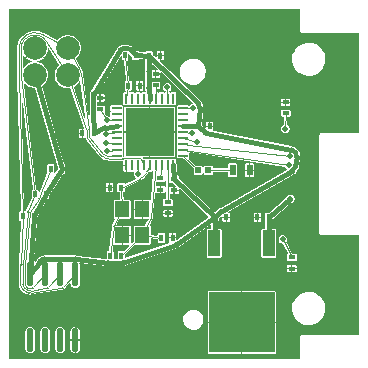
<source format=gbr>
%TF.GenerationSoftware,KiCad,Pcbnew,7.0.2-0*%
%TF.CreationDate,2023-06-27T10:53:37-07:00*%
%TF.ProjectId,jitx-design,6a697478-2d64-4657-9369-676e2e6b6963,rev?*%
%TF.SameCoordinates,Original*%
%TF.FileFunction,Copper,L1,Top*%
%TF.FilePolarity,Positive*%
%FSLAX46Y46*%
G04 Gerber Fmt 4.6, Leading zero omitted, Abs format (unit mm)*
G04 Created by KiCad (PCBNEW 7.0.2-0) date 2023-06-27 10:53:37*
%MOMM*%
%LPD*%
G01*
G04 APERTURE LIST*
%TA.AperFunction,SMDPad,CuDef*%
%ADD10R,0.417778X0.600000*%
%TD*%
%TA.AperFunction,SMDPad,CuDef*%
%ADD11R,0.600000X0.417778*%
%TD*%
%TA.AperFunction,SMDPad,CuDef*%
%ADD12R,0.600000X0.372778*%
%TD*%
%TA.AperFunction,SMDPad,CuDef*%
%ADD13R,0.380278X0.600000*%
%TD*%
%TA.AperFunction,SMDPad,CuDef*%
%ADD14R,0.600000X0.380278*%
%TD*%
%TA.AperFunction,SMDPad,CuDef*%
%ADD15C,2.000000*%
%TD*%
%TA.AperFunction,SMDPad,CuDef*%
%ADD16R,0.367778X0.600000*%
%TD*%
%TA.AperFunction,SMDPad,CuDef*%
%ADD17O,0.588000X2.045000*%
%TD*%
%TA.AperFunction,SMDPad,CuDef*%
%ADD18R,0.600000X0.430278*%
%TD*%
%TA.AperFunction,SMDPad,CuDef*%
%ADD19R,0.512132X0.950000*%
%TD*%
%TA.AperFunction,SMDPad,CuDef*%
%ADD20R,0.566000X0.540000*%
%TD*%
%TA.AperFunction,SMDPad,CuDef*%
%ADD21R,1.064000X2.218000*%
%TD*%
%TA.AperFunction,SMDPad,CuDef*%
%ADD22R,5.554000X5.204000*%
%TD*%
%TA.AperFunction,SMDPad,CuDef*%
%ADD23R,1.200000X1.400000*%
%TD*%
%TA.AperFunction,SMDPad,CuDef*%
%ADD24R,0.890000X0.280000*%
%TD*%
%TA.AperFunction,SMDPad,CuDef*%
%ADD25R,0.280000X0.890000*%
%TD*%
%TA.AperFunction,SMDPad,CuDef*%
%ADD26R,4.100000X4.100000*%
%TD*%
%TA.AperFunction,ViaPad*%
%ADD27C,0.460000*%
%TD*%
%TA.AperFunction,Conductor*%
%ADD28C,0.381000*%
%TD*%
%TA.AperFunction,Conductor*%
%ADD29C,0.090000*%
%TD*%
G04 APERTURE END LIST*
D10*
%TO.P,C3,1,1*%
%TO.N,gnd*%
X143060672Y-110835572D03*
%TO.P,C3,2,2*%
%TO.N,vdd33*%
X142103450Y-110835572D03*
%TD*%
D11*
%TO.P,C1,1,1*%
%TO.N,Net-(USB1-GND2)*%
X148622184Y-114216203D03*
%TO.P,C1,2,2*%
%TO.N,gnd*%
X148622184Y-115173425D03*
%TD*%
%TO.P,C6,1,1*%
%TO.N,gnd*%
X137482233Y-108498823D03*
%TO.P,C6,2,2*%
%TO.N,Net-(U5-VDD18PLL)*%
X137482233Y-107541601D03*
%TD*%
D12*
%TO.P,R5,1,1*%
%TO.N,Net-(U5-RBIAS)*%
X138129245Y-109574220D03*
%TO.P,R5,2,2*%
%TO.N,gnd*%
X138129245Y-110486442D03*
%TD*%
D11*
%TO.P,C10,1,1*%
%TO.N,gnd*%
X138644942Y-108548873D03*
%TO.P,C10,2,2*%
%TO.N,vdd33*%
X138644942Y-107591651D03*
%TD*%
%TO.P,C5,1,1*%
%TO.N,gnd*%
X137089343Y-98689029D03*
%TO.P,C5,2,2*%
%TO.N,Net-(U5-VDD18)*%
X137089343Y-99646251D03*
%TD*%
D13*
%TO.P,R4,1,1*%
%TO.N,Net-(U4-WC_NOT)*%
X128202801Y-106729721D03*
%TO.P,R4,2,2*%
%TO.N,vdd33*%
X129122523Y-106729721D03*
%TD*%
D14*
%TO.P,R1,1,1*%
%TO.N,gnd*%
X148106609Y-101082516D03*
%TO.P,R1,2,2*%
%TO.N,Net-(USB1-GND0)*%
X148106609Y-102002238D03*
%TD*%
D10*
%TO.P,C8,1,1*%
%TO.N,gnd*%
X137486311Y-97138773D03*
%TO.P,C8,2,2*%
%TO.N,vdd33*%
X136529089Y-97138773D03*
%TD*%
D13*
%TO.P,R3,1,1*%
%TO.N,TXD_SCK_MS_SKT_SEL*%
X126883250Y-108885762D03*
%TO.P,R3,2,2*%
%TO.N,vdd33*%
X127802972Y-108885762D03*
%TD*%
D15*
%TO.P,U8,tp,p*%
%TO.N,RXD_SDA*%
X129640552Y-96501199D03*
%TD*%
%TO.P,U6,tp,p*%
%TO.N,vdd33*%
X126859670Y-98770685D03*
%TD*%
D10*
%TO.P,C12,1,1*%
%TO.N,Net-(U5-XTAL1_CLKIN)*%
X137573127Y-112571302D03*
%TO.P,C12,2,2*%
%TO.N,gnd*%
X138530349Y-112571302D03*
%TD*%
D16*
%TO.P,R6,1,1*%
%TO.N,Net-(U5-RESET_N)*%
X134502123Y-97122587D03*
%TO.P,R6,2,2*%
%TO.N,vdd33*%
X135409345Y-97122587D03*
%TD*%
D13*
%TO.P,R2,1,1*%
%TO.N,RXD_SDA*%
X125847533Y-110727391D03*
%TO.P,R2,2,2*%
%TO.N,vdd33*%
X126767255Y-110727391D03*
%TD*%
D17*
%TO.P,U4,1,NC*%
%TO.N,unconnected-(U4-NC-Pad1)*%
X126467171Y-121212230D03*
%TO.P,U4,2,E1*%
%TO.N,unconnected-(U4-E1-Pad2)*%
X127737171Y-121212230D03*
%TO.P,U4,3,E2*%
%TO.N,unconnected-(U4-E2-Pad3)*%
X129007171Y-121212230D03*
%TO.P,U4,4,VSS*%
%TO.N,gnd*%
X130277171Y-121212230D03*
%TO.P,U4,5,SDA*%
%TO.N,RXD_SDA*%
X130277171Y-115667230D03*
%TO.P,U4,6,SCL*%
%TO.N,TXD_SCK_MS_SKT_SEL*%
X129007171Y-115667230D03*
%TO.P,U4,7,WC_NOT*%
%TO.N,Net-(U4-WC_NOT)*%
X127737171Y-115667230D03*
%TO.P,U4,8,VCC*%
%TO.N,vdd33*%
X126467171Y-115667230D03*
%TD*%
D10*
%TO.P,C9,1,1*%
%TO.N,gnd*%
X130884467Y-103715096D03*
%TO.P,C9,2,2*%
%TO.N,vdd33*%
X131841689Y-103715096D03*
%TD*%
D18*
%TO.P,C11,1,1*%
%TO.N,gnd*%
X132381115Y-100722671D03*
%TO.P,C11,2,2*%
%TO.N,Net-(Card1-VDD)*%
X132381115Y-101692393D03*
%TD*%
D19*
%TO.P,LED1,1,a*%
%TO.N,Net-(LED1-a)*%
X143607724Y-106840352D03*
%TO.P,LED1,2,c*%
%TO.N,gnd*%
X145045592Y-106840352D03*
%TD*%
D10*
%TO.P,C7,1,1*%
%TO.N,gnd*%
X141652863Y-103134378D03*
%TO.P,C7,2,2*%
%TO.N,vdd33*%
X140695641Y-103134378D03*
%TD*%
D15*
%TO.P,U7,tp,p*%
%TO.N,gnd*%
X126853950Y-96515848D03*
%TD*%
D10*
%TO.P,C13,1,1*%
%TO.N,Net-(U5-XTAL2)*%
X134168661Y-108309522D03*
%TO.P,C13,2,2*%
%TO.N,gnd*%
X133211439Y-108309522D03*
%TD*%
D15*
%TO.P,U9,tp,p*%
%TO.N,TXD_SCK_MS_SKT_SEL*%
X129639143Y-98796163D03*
%TD*%
D10*
%TO.P,C2,1,1*%
%TO.N,gnd*%
X145699373Y-110839534D03*
%TO.P,C2,2,2*%
%TO.N,vdd50*%
X146656595Y-110839534D03*
%TD*%
D13*
%TO.P,R7,1,1*%
%TO.N,Net-(U5-XTAL1_CLKIN)*%
X134176631Y-114068215D03*
%TO.P,R7,2,2*%
%TO.N,Net-(U5-XTAL2)*%
X133256909Y-114068215D03*
%TD*%
D20*
%TO.P,R8,1,1*%
%TO.N,Net-(U5-LED)*%
X140693658Y-106840852D03*
%TO.P,R8,2,2*%
%TO.N,Net-(LED1-a)*%
X141559658Y-106840852D03*
%TD*%
D21*
%TO.P,U3,1,VCC*%
%TO.N,vdd50*%
X146659619Y-113037221D03*
D22*
%TO.P,U3,2,FIN*%
%TO.N,gnd*%
X144360619Y-119734221D03*
D21*
%TO.P,U3,3,VOUT*%
%TO.N,vdd33*%
X142060619Y-113037221D03*
%TD*%
D23*
%TO.P,X1,1,IN*%
%TO.N,Net-(U5-XTAL1_CLKIN)*%
X135973506Y-112346485D03*
%TO.P,X1,2,GND0*%
%TO.N,gnd*%
X135973506Y-110146485D03*
%TO.P,X1,3,OUT*%
%TO.N,Net-(U5-XTAL2)*%
X134273506Y-110146485D03*
%TO.P,X1,4,GND1*%
%TO.N,gnd*%
X134273506Y-112346485D03*
%TD*%
D24*
%TO.P,U5,1,LED*%
%TO.N,Net-(U5-LED)*%
X139405865Y-105604046D03*
%TO.P,U5,2,USB+*%
%TO.N,USB+*%
X139405865Y-105104046D03*
%TO.P,U5,3,USB-*%
%TO.N,USB-*%
X139405865Y-104604046D03*
%TO.P,U5,4,xD_D3_SD_D1_MS_D5*%
%TO.N,Net-(Card1-DAT1)*%
X139405865Y-104104046D03*
%TO.P,U5,5,xD_D2_SD_D0_MS_D4*%
%TO.N,Net-(Card1-DAT0)*%
X139405865Y-103604046D03*
%TO.P,U5,6,VDD330*%
%TO.N,vdd33*%
X139405865Y-103104046D03*
%TO.P,U5,7,xD_D1_SD_D7_MS_D6*%
%TO.N,unconnected-(U5-xD_D1_SD_D7_MS_D6-Pad7)*%
X139405865Y-102604046D03*
%TO.P,U5,8,xD_D0_SD_D6_MS_D7*%
%TO.N,unconnected-(U5-xD_D0_SD_D6_MS_D7-Pad8)*%
X139405865Y-102104046D03*
%TO.P,U5,9,xD_nWP_SD_CLK_MS_BS*%
%TO.N,Net-(Card1-CLK)*%
X139405865Y-101604046D03*
D25*
%TO.P,U5,10,xD_ALE_SD_D5_MS_D1*%
%TO.N,unconnected-(U5-xD_ALE_SD_D5_MS_D1-Pad10)*%
X138595865Y-100795046D03*
%TO.P,U5,11,xD_CLE_SD_CMD_MS_D0*%
%TO.N,Net-(Card1-CMD)*%
X138095865Y-100795046D03*
%TO.P,U5,12,xD_nWE*%
%TO.N,unconnected-(U5-xD_nWE-Pad12)*%
X137595865Y-100795046D03*
%TO.P,U5,13,VDD18*%
%TO.N,Net-(U5-VDD18)*%
X137095865Y-100795046D03*
%TO.P,U5,14,VDD331*%
%TO.N,vdd33*%
X136595865Y-100795046D03*
%TO.P,U5,15,xD_nCE*%
%TO.N,unconnected-(U5-xD_nCE-Pad15)*%
X136095865Y-100795046D03*
%TO.P,U5,16,xD_nRE*%
%TO.N,unconnected-(U5-xD_nRE-Pad16)*%
X135595865Y-100795046D03*
%TO.P,U5,17,xD_nB_R*%
%TO.N,unconnected-(U5-xD_nB_R-Pad17)*%
X135095865Y-100795046D03*
%TO.P,U5,18,RESET_N*%
%TO.N,Net-(U5-RESET_N)*%
X134595865Y-100795046D03*
D24*
%TO.P,U5,19,xD_nCD*%
%TO.N,unconnected-(U5-xD_nCD-Pad19)*%
X133785865Y-101604046D03*
%TO.P,U5,20,xD_D7_SD_D4_MS_D2*%
%TO.N,unconnected-(U5-xD_D7_SD_D4_MS_D2-Pad20)*%
X133785865Y-102104046D03*
%TO.P,U5,21,CRD_PWR*%
%TO.N,Net-(Card1-VDD)*%
X133785865Y-102604046D03*
%TO.P,U5,22,VDD332*%
%TO.N,vdd33*%
X133785865Y-103104046D03*
%TO.P,U5,23,xD_D6_SD_D3_MS_D3*%
%TO.N,Net-(Card1-CD_DAT3)*%
X133785865Y-103604046D03*
%TO.P,U5,24,MS_INS*%
%TO.N,unconnected-(U5-MS_INS-Pad24)*%
X133785865Y-104104046D03*
%TO.P,U5,25,xD_D5_SD_D2*%
%TO.N,Net-(Card1-DAT2)*%
X133785865Y-104604046D03*
%TO.P,U5,26,SD_nCD*%
%TO.N,Net-(Card1-CD)*%
X133785865Y-105104046D03*
%TO.P,U5,27,RXD_SDA*%
%TO.N,RXD_SDA*%
X133785865Y-105604046D03*
D25*
%TO.P,U5,28,TEST*%
%TO.N,gnd*%
X134595865Y-106414046D03*
%TO.P,U5,29,NC*%
%TO.N,unconnected-(U5-NC-Pad29)*%
X135095865Y-106414046D03*
%TO.P,U5,30,xD_D4_SD_WP_MS_SCLK*%
%TO.N,Net-(Card1-WP)*%
X135595865Y-106414046D03*
%TO.P,U5,31,TXD_SCK_MS_SKT_SEL*%
%TO.N,TXD_SCK_MS_SKT_SEL*%
X136095865Y-106414046D03*
%TO.P,U5,32,XTAL2*%
%TO.N,Net-(U5-XTAL2)*%
X136595865Y-106414046D03*
%TO.P,U5,33,XTAL1_CLKIN*%
%TO.N,Net-(U5-XTAL1_CLKIN)*%
X137095865Y-106414046D03*
%TO.P,U5,34,VDD18PLL*%
%TO.N,Net-(U5-VDD18PLL)*%
X137595865Y-106414046D03*
%TO.P,U5,35,RBIAS*%
%TO.N,Net-(U5-RBIAS)*%
X138095865Y-106414046D03*
%TO.P,U5,36,VDDA33*%
%TO.N,vdd33*%
X138595865Y-106414046D03*
D26*
%TO.P,U5,37,GND*%
%TO.N,gnd*%
X136595865Y-103604046D03*
%TD*%
D10*
%TO.P,C4,1,1*%
%TO.N,gnd*%
X135731734Y-99695657D03*
%TO.P,C4,2,2*%
%TO.N,Net-(U5-RESET_N)*%
X134774512Y-99695657D03*
%TD*%
D27*
%TO.N,Net-(USB1-GND2)*%
X147864967Y-112698484D03*
%TO.N,USB-*%
X148479985Y-105658221D03*
%TO.N,Net-(Card1-VDD)*%
X132964004Y-102607356D03*
%TO.N,vdd50*%
X148499059Y-109244183D03*
%TO.N,Net-(Card1-CD_DAT3)*%
X132924651Y-103789389D03*
%TO.N,USB+*%
X148376429Y-106441460D03*
%TO.N,Net-(Card1-CMD)*%
X138071854Y-99815084D03*
%TO.N,Net-(Card1-CLK)*%
X140277779Y-101538626D03*
%TO.N,Net-(Card1-DAT0)*%
X140163333Y-103703554D03*
%TO.N,Net-(Card1-DAT1)*%
X140608833Y-104422235D03*
%TO.N,Net-(Card1-DAT2)*%
X132875267Y-104504289D03*
%TO.N,Net-(Card1-CD)*%
X132950211Y-105229456D03*
%TO.N,Net-(Card1-WP)*%
X135623659Y-107175070D03*
%TO.N,Net-(USB1-GND0)*%
X148074784Y-103313947D03*
%TO.N,gnd*%
X133223000Y-122047000D03*
X126238000Y-106934000D03*
X125095000Y-104013000D03*
X132334000Y-97028000D03*
X134874000Y-122047000D03*
X145862665Y-106835359D03*
X125095000Y-105537000D03*
X136398000Y-122047000D03*
X140716000Y-108077000D03*
X138176000Y-122047000D03*
X145288000Y-97282000D03*
X125095000Y-107061000D03*
X135128000Y-111252000D03*
X130556000Y-100203000D03*
X140081000Y-110617000D03*
X127889000Y-97663000D03*
X127254000Y-104394000D03*
X135382000Y-98298000D03*
X125095000Y-108585000D03*
X133731000Y-99060000D03*
%TD*%
D28*
%TO.N,vdd33*%
X148585451Y-105113844D02*
X141388721Y-103719575D01*
X127267333Y-114578656D02*
X126467171Y-115667230D01*
X127802972Y-108885762D02*
X126767255Y-110727391D01*
X138644942Y-107591651D02*
X142103449Y-110835572D01*
X134888907Y-96614684D02*
X135409345Y-97122587D01*
X142103449Y-110835572D02*
X142653791Y-110322993D01*
X131841689Y-103715096D02*
X131790731Y-101915756D01*
X140695641Y-103134378D02*
X140830195Y-101586651D01*
X131832794Y-100356777D02*
X134069913Y-96671832D01*
X136498843Y-99855140D02*
X136498843Y-98480140D01*
X127425205Y-114439911D02*
X127320278Y-114523588D01*
X140695641Y-103134378D02*
X139405865Y-103104046D01*
X138644942Y-107591651D02*
X138595865Y-106414046D01*
X134366770Y-114658715D02*
X133066770Y-114658715D01*
X141245983Y-103646956D02*
X140695641Y-103134378D01*
X130277171Y-114346669D02*
X127737171Y-114346669D01*
X136595865Y-100795046D02*
X136500429Y-99885453D01*
X129122524Y-106729721D02*
X127802972Y-108885762D01*
X140663412Y-101140182D02*
X136529089Y-97138773D01*
X131790615Y-101907532D02*
X131790615Y-100507532D01*
X126859670Y-98770685D02*
X129122524Y-106729721D01*
X126467171Y-115667230D02*
X126767255Y-110727391D01*
X148926145Y-106514141D02*
X149029701Y-105730902D01*
X136498917Y-98473575D02*
X136529089Y-97138773D01*
X138833330Y-113146142D02*
X134460862Y-114643055D01*
X142708813Y-110282689D02*
X148649327Y-106924158D01*
X142103449Y-110835572D02*
X138907583Y-113108051D01*
X133034097Y-114656872D02*
X130309845Y-114348512D01*
X134318234Y-96532087D02*
X134686011Y-96532087D01*
X136529089Y-97138773D02*
X135409345Y-97122587D01*
X142060619Y-113037221D02*
X142103449Y-110835572D01*
X132674690Y-103294424D02*
X131841689Y-103715096D01*
X133785865Y-103104046D02*
X132844985Y-103240641D01*
X127672529Y-114353952D02*
X127541687Y-114383816D01*
X131790615Y-101907532D02*
G75*
G03*
X131790732Y-101915756I291585J32D01*
G01*
X149029688Y-105730900D02*
G75*
G03*
X148585451Y-105113845I-549688J72700D01*
G01*
X127737171Y-114346666D02*
G75*
G03*
X127672529Y-114353953I29J-290634D01*
G01*
X148649348Y-106924196D02*
G75*
G03*
X148926145Y-106514141I-272948J482696D01*
G01*
X127541688Y-114383822D02*
G75*
G03*
X127425205Y-114439911I64612J-283178D01*
G01*
X136498847Y-99855140D02*
G75*
G03*
X136500430Y-99885453I289953J-60D01*
G01*
X141245995Y-103646943D02*
G75*
G03*
X141388721Y-103719575I198005J212543D01*
G01*
X138833333Y-113146150D02*
G75*
G03*
X138907583Y-113108051I-94133J274850D01*
G01*
X134366770Y-114658704D02*
G75*
G03*
X134460862Y-114643054I30J290504D01*
G01*
X140830180Y-101586650D02*
G75*
G03*
X140663411Y-101140183I-552380J48050D01*
G01*
X132844983Y-103240628D02*
G75*
G03*
X132674690Y-103294424I79717J-548772D01*
G01*
X127320277Y-114523586D02*
G75*
G03*
X127267333Y-114578656I181123J-227114D01*
G01*
X133034097Y-114656869D02*
G75*
G03*
X133066770Y-114658715I32703J288669D01*
G01*
X142708813Y-110282690D02*
G75*
G03*
X142653792Y-110322994I142987J-252910D01*
G01*
X134318234Y-96532123D02*
G75*
G03*
X134069914Y-96671832I-34J-290477D01*
G01*
X134888904Y-96614687D02*
G75*
G03*
X134686011Y-96532087I-202904J-207913D01*
G01*
X131832782Y-100356770D02*
G75*
G03*
X131790615Y-100507532I248318J-150730D01*
G01*
X136498918Y-98473575D02*
G75*
G03*
X136498843Y-98480140I283482J-6525D01*
G01*
X130309845Y-114348509D02*
G75*
G03*
X130277171Y-114346669I-32645J-288691D01*
G01*
D29*
%TO.N,Net-(USB1-GND2)*%
X147864967Y-112698484D02*
X148622184Y-114216203D01*
%TO.N,Net-(U5-RESET_N)*%
X134595865Y-100795046D02*
X134774512Y-99695657D01*
X134774512Y-99695657D02*
X134502123Y-97122587D01*
%TO.N,Net-(U5-VDD18)*%
X137089343Y-99646251D02*
X137095865Y-100795046D01*
%TO.N,USB-*%
X140530445Y-104823653D02*
X139405865Y-104604046D01*
X148479985Y-105658221D02*
X140566211Y-104829008D01*
X140530444Y-104823656D02*
G75*
G03*
X140566211Y-104829008I78356J401456D01*
G01*
%TO.N,Net-(U5-VDD18PLL)*%
X137482233Y-107541601D02*
X137595865Y-106414046D01*
%TO.N,Net-(Card1-VDD)*%
X133785865Y-102604046D02*
X132964004Y-102607356D01*
X132381115Y-101692393D02*
X132964004Y-102607356D01*
D28*
%TO.N,vdd50*%
X146659619Y-113037221D02*
X146656595Y-110839534D01*
X148499059Y-109244183D02*
X146656595Y-110839534D01*
D29*
%TO.N,Net-(U5-XTAL1_CLKIN)*%
X137573127Y-112571302D02*
X135973506Y-112346485D01*
X135973506Y-112346485D02*
X136702758Y-110912203D01*
X135973506Y-112346485D02*
X134176631Y-114068215D01*
X136717985Y-110858768D02*
X137095865Y-106414046D01*
X136702763Y-110912206D02*
G75*
G03*
X136717984Y-110858768I-129263J65706D01*
G01*
%TO.N,Net-(U5-XTAL2)*%
X136346671Y-106952571D02*
X135936209Y-107438876D01*
X135797386Y-107545340D02*
X134168661Y-108309522D01*
X136595865Y-106414046D02*
X136368020Y-106918711D01*
X133256909Y-114068215D02*
X133529403Y-111630378D01*
X133544254Y-111580767D02*
X134273506Y-110146485D01*
X134273506Y-110146485D02*
X134168661Y-108309522D01*
X136346676Y-106952575D02*
G75*
G03*
X136368020Y-106918711I-110776J93475D01*
G01*
X133544259Y-111580769D02*
G75*
G03*
X133529403Y-111630378I129241J-65731D01*
G01*
X135797383Y-107545334D02*
G75*
G03*
X135936209Y-107438876I-173683J370234D01*
G01*
%TO.N,Net-(Card1-CD_DAT3)*%
X132924651Y-103789389D02*
X133785865Y-103604046D01*
%TO.N,USB+*%
X139405865Y-105104046D02*
X148376429Y-106441460D01*
%TO.N,Net-(Card1-CMD)*%
X138071854Y-99815084D02*
X138095865Y-100795046D01*
%TO.N,Net-(Card1-CLK)*%
X139405865Y-101604046D02*
X140277779Y-101538626D01*
%TO.N,Net-(Card1-DAT0)*%
X140163333Y-103703554D02*
X139405865Y-103604046D01*
%TO.N,RXD_SDA*%
X131426840Y-103383268D02*
X131488456Y-104028872D01*
X129228420Y-116780792D02*
X129333347Y-116697115D01*
X129640552Y-96501199D02*
X130631807Y-98225511D01*
X126545715Y-117216382D02*
X129028864Y-116840659D01*
X126219506Y-117179264D02*
X126350348Y-117209128D01*
X131519888Y-104106067D02*
X132631720Y-105486058D01*
X129349966Y-116681580D02*
X130277171Y-115667230D01*
X125904070Y-116994211D02*
X126008997Y-117077888D01*
X130773422Y-98639843D02*
X131425219Y-103369360D01*
X125524674Y-98774072D02*
X125518954Y-96519235D01*
X129039437Y-116838655D02*
X129170279Y-116808791D01*
X125648171Y-114871626D02*
X125648171Y-116462833D01*
X127487341Y-95340672D02*
X129640552Y-96501199D01*
X132967211Y-105638102D02*
X133785865Y-105604046D01*
X125700163Y-116690622D02*
X125758393Y-116811539D01*
X125847533Y-110727391D02*
X125648782Y-114846323D01*
X125847533Y-110727391D02*
X125525157Y-98806775D01*
X129333346Y-116697114D02*
G75*
G03*
X129349965Y-116681579I-90346J113314D01*
G01*
X129028864Y-116840661D02*
G75*
G03*
X129039437Y-116838654I-21764J143561D01*
G01*
X125648780Y-114846323D02*
G75*
G03*
X125648171Y-114871626I524420J-25277D01*
G01*
X130773429Y-98639842D02*
G75*
G03*
X130631806Y-98225511I-1134329J-156358D01*
G01*
X126350351Y-117209117D02*
G75*
G03*
X126545715Y-117216382I116849J511817D01*
G01*
X125524675Y-98774072D02*
G75*
G03*
X125525157Y-98806775I1330425J3272D01*
G01*
X127487326Y-95340699D02*
G75*
G03*
X125518954Y-96519235I-633426J-1175101D01*
G01*
X125758409Y-116811531D02*
G75*
G03*
X125904070Y-116994211I472991J227731D01*
G01*
X125648161Y-116462833D02*
G75*
G03*
X125700164Y-116690622I525039J33D01*
G01*
X126008987Y-117077901D02*
G75*
G03*
X126219506Y-117179263I327313J410501D01*
G01*
X129170279Y-116808791D02*
G75*
G03*
X129228420Y-116780792I-32279J141391D01*
G01*
X132631727Y-105486052D02*
G75*
G03*
X132967211Y-105638101I318473J256552D01*
G01*
X131488459Y-104028872D02*
G75*
G03*
X131519889Y-104106066I144341J13772D01*
G01*
X131426839Y-103383268D02*
G75*
G03*
X131425219Y-103369360I-334539J-31932D01*
G01*
%TO.N,Net-(Card1-DAT1)*%
X140608833Y-104422235D02*
X139405865Y-104104046D01*
%TO.N,Net-(Card1-DAT2)*%
X132875267Y-104504289D02*
X133785865Y-104604046D01*
%TO.N,Net-(Card1-CD)*%
X132950211Y-105229456D02*
X133785865Y-105104046D01*
%TO.N,Net-(Card1-WP)*%
X135623659Y-107175070D02*
X135595865Y-106414046D01*
%TO.N,Net-(LED1-a)*%
X143607724Y-106840352D02*
X141559658Y-106840852D01*
%TO.N,Net-(USB1-GND0)*%
X148074784Y-103313947D02*
X148106609Y-102002238D01*
%TO.N,Net-(U4-WC_NOT)*%
X126028171Y-116462833D02*
X126028171Y-114871626D01*
X126100761Y-116646663D02*
X126042531Y-116525746D01*
X127208854Y-109237473D02*
X127477368Y-108534051D01*
X127478300Y-108531671D02*
X128202801Y-106729721D01*
X126457350Y-110345654D02*
X127193155Y-109267499D01*
X126630279Y-116808791D02*
X126499437Y-116838655D01*
X126793347Y-116697115D02*
X126688420Y-116780792D01*
X126434906Y-116838655D02*
X126304064Y-116808791D01*
X126245923Y-116780792D02*
X126140996Y-116697115D01*
X126028767Y-114858501D02*
X126432712Y-110414266D01*
X127737171Y-115667230D02*
X126809966Y-116681580D01*
X127478301Y-108531671D02*
G75*
G03*
X127477368Y-108534051I140699J-56529D01*
G01*
X126434906Y-116838655D02*
G75*
G03*
X126499437Y-116838655I32265J141382D01*
G01*
X126457356Y-110345658D02*
G75*
G03*
X126432712Y-110414266I119744J-81742D01*
G01*
X126630279Y-116808791D02*
G75*
G03*
X126688420Y-116780792I-32279J141391D01*
G01*
X126100777Y-116646655D02*
G75*
G03*
X126140996Y-116697115I130623J62855D01*
G01*
X127193160Y-109267502D02*
G75*
G03*
X127208854Y-109237473I-119760J81702D01*
G01*
X126028765Y-114858501D02*
G75*
G03*
X126028171Y-114871626I144135J-13099D01*
G01*
X126028161Y-116462833D02*
G75*
G03*
X126042532Y-116525746I145039J33D01*
G01*
X126793346Y-116697114D02*
G75*
G03*
X126809965Y-116681579I-90346J113314D01*
G01*
X126245913Y-116780805D02*
G75*
G03*
X126304064Y-116808791I90387J113405D01*
G01*
%TO.N,Net-(U5-RBIAS)*%
X138129245Y-109574220D02*
X138095865Y-106414046D01*
%TO.N,Net-(U5-LED)*%
X140693658Y-106840852D02*
X139405865Y-105604046D01*
%TO.N,TXD_SCK_MS_SKT_SEL*%
X129007171Y-115667230D02*
X128079966Y-116681580D01*
X126392627Y-117023891D02*
X126261785Y-116994027D01*
X125838171Y-116462833D02*
X125838171Y-114871626D01*
X127823433Y-95906646D02*
X129639143Y-98796163D01*
X134404618Y-105833404D02*
X134282111Y-105879688D01*
X125839547Y-114841302D02*
X126243492Y-110397067D01*
X134230865Y-105889046D02*
X133340865Y-105889046D01*
X131230297Y-103367430D02*
X129639143Y-98796163D01*
X126127460Y-116929340D02*
X126022533Y-116845663D01*
X131299316Y-104046923D02*
X131237700Y-103401320D01*
X128063347Y-116697115D02*
X127958420Y-116780792D01*
X127758864Y-116840659D02*
X126517290Y-117028520D01*
X126269990Y-110293606D02*
X126883250Y-108885762D01*
X125929577Y-116729101D02*
X125871347Y-116608184D01*
X135735865Y-105824046D02*
X134455865Y-105824046D01*
X125714673Y-98773590D02*
X125708953Y-96518753D01*
X133320305Y-105887581D02*
X132865278Y-105822404D01*
X126883250Y-108885762D02*
X125722334Y-98902948D01*
X127900279Y-116808791D02*
X127769437Y-116838655D01*
X136095865Y-106414046D02*
X135868020Y-105909381D01*
X132483766Y-105605262D02*
X131371934Y-104225271D01*
X134455865Y-105824038D02*
G75*
G03*
X134404618Y-105833405I35J-145062D01*
G01*
X126127450Y-116929352D02*
G75*
G03*
X126261785Y-116994026I208850J261952D01*
G01*
X132483774Y-105605256D02*
G75*
G03*
X132865278Y-105822403I466426J375756D01*
G01*
X131299319Y-104046923D02*
G75*
G03*
X131371935Y-104225270I333481J31823D01*
G01*
X126392629Y-117023881D02*
G75*
G03*
X126517290Y-117028520I74571J326581D01*
G01*
X127758864Y-116840661D02*
G75*
G03*
X127769437Y-116838654I-21764J143561D01*
G01*
X134230865Y-105889030D02*
G75*
G03*
X134282111Y-105879688I35J145030D01*
G01*
X133320305Y-105887578D02*
G75*
G03*
X133340865Y-105889046I20595J143678D01*
G01*
X125714676Y-98773590D02*
G75*
G03*
X125722335Y-98902948I1145024J2890D01*
G01*
X127900279Y-116808791D02*
G75*
G03*
X127958420Y-116780792I-32279J141391D01*
G01*
X135868025Y-105909379D02*
G75*
G03*
X135735865Y-105824046I-132125J-59621D01*
G01*
X125838161Y-116462833D02*
G75*
G03*
X125871348Y-116608184I335039J33D01*
G01*
X125839545Y-114841302D02*
G75*
G03*
X125838171Y-114871626I333355J-30298D01*
G01*
X125929593Y-116729093D02*
G75*
G03*
X126022533Y-116845663I301807J145293D01*
G01*
X127823377Y-95906681D02*
G75*
G03*
X125708954Y-96518753I-969477J-609119D01*
G01*
X128063346Y-116697114D02*
G75*
G03*
X128079965Y-116681579I-90346J113314D01*
G01*
X126269994Y-110293608D02*
G75*
G03*
X126243492Y-110397067I307106J-133792D01*
G01*
X131237697Y-103401320D02*
G75*
G03*
X131230296Y-103367430I-144397J-13780D01*
G01*
%TD*%
%TA.AperFunction,Conductor*%
%TO.N,gnd*%
G36*
X126889163Y-96479219D02*
G01*
X127671311Y-97261367D01*
X127671313Y-97261367D01*
X127671529Y-97261170D01*
X127794560Y-97098251D01*
X127885562Y-96915496D01*
X127941431Y-96719136D01*
X127955992Y-96561994D01*
X127973765Y-96528276D01*
X128010175Y-96517001D01*
X128043893Y-96534774D01*
X128047746Y-96540093D01*
X128910725Y-97913436D01*
X128917111Y-97951012D01*
X128902109Y-97976734D01*
X128821192Y-98050500D01*
X128698104Y-98213494D01*
X128607062Y-98396332D01*
X128551167Y-98592782D01*
X128533906Y-98779058D01*
X128532321Y-98796163D01*
X128536319Y-98839303D01*
X128551167Y-98999543D01*
X128607062Y-99195993D01*
X128698104Y-99378831D01*
X128821190Y-99541822D01*
X128972134Y-99679427D01*
X129139233Y-99782889D01*
X129145790Y-99786949D01*
X129336247Y-99860733D01*
X129537018Y-99898263D01*
X129741268Y-99898263D01*
X129817218Y-99884065D01*
X129854511Y-99891932D01*
X129873400Y-99916646D01*
X131032734Y-103247325D01*
X131030535Y-103285377D01*
X131002073Y-103310728D01*
X130985702Y-103313496D01*
X130935267Y-103313496D01*
X130935267Y-104116695D01*
X131103360Y-104116695D01*
X131112324Y-104114912D01*
X131149706Y-104122348D01*
X131169767Y-104149539D01*
X131184135Y-104197778D01*
X131192616Y-104213917D01*
X131227862Y-104280990D01*
X131230198Y-104283883D01*
X131256925Y-104316987D01*
X131257386Y-104317559D01*
X131277693Y-104342765D01*
X132373729Y-105703150D01*
X132411162Y-105749751D01*
X132413183Y-105752266D01*
X132520094Y-105843244D01*
X132642105Y-105912692D01*
X132746967Y-105948592D01*
X132774923Y-105958163D01*
X132843716Y-105967916D01*
X133318617Y-106035941D01*
X133318619Y-106035940D01*
X133320053Y-106036146D01*
X133340830Y-106036146D01*
X133374404Y-106036154D01*
X133374405Y-106036153D01*
X133385504Y-106036156D01*
X133385553Y-106036146D01*
X134250967Y-106036146D01*
X134255277Y-106035311D01*
X134283389Y-106031919D01*
X134292602Y-106029659D01*
X134330276Y-106035436D01*
X134352831Y-106066161D01*
X134354265Y-106078025D01*
X134354265Y-106363246D01*
X134596865Y-106363246D01*
X134632079Y-106377832D01*
X134646665Y-106413046D01*
X134646665Y-106960645D01*
X134745871Y-106960645D01*
X134775506Y-106954751D01*
X134817351Y-106926792D01*
X134819247Y-106929630D01*
X134835810Y-106918546D01*
X134873199Y-106925954D01*
X134875170Y-106927923D01*
X134916027Y-106955222D01*
X134923421Y-106956692D01*
X134945810Y-106961146D01*
X135245919Y-106961145D01*
X135250823Y-106961145D01*
X135250823Y-106962837D01*
X135281497Y-106968936D01*
X135302675Y-107000626D01*
X135298205Y-107032954D01*
X135282307Y-107064155D01*
X135266645Y-107163043D01*
X135264740Y-107175070D01*
X135282307Y-107285982D01*
X135333287Y-107386037D01*
X135412691Y-107465442D01*
X135412692Y-107465442D01*
X135422022Y-107470196D01*
X135446776Y-107499178D01*
X135443786Y-107537176D01*
X135420567Y-107559652D01*
X134529900Y-107977544D01*
X134491825Y-107979297D01*
X134467340Y-107960128D01*
X134451160Y-107935912D01*
X134451158Y-107935911D01*
X134451158Y-107935910D01*
X134417387Y-107913345D01*
X134387606Y-107907422D01*
X133949716Y-107907422D01*
X133919936Y-107913345D01*
X133886160Y-107935913D01*
X133863595Y-107969684D01*
X133857672Y-107999465D01*
X133857672Y-108619578D01*
X133863595Y-108649357D01*
X133863595Y-108649358D01*
X133863596Y-108649359D01*
X133886161Y-108683130D01*
X133886163Y-108683133D01*
X133919934Y-108705698D01*
X133927328Y-108707168D01*
X133949717Y-108711622D01*
X133997232Y-108711621D01*
X134032445Y-108726206D01*
X134046951Y-108758583D01*
X134077381Y-109291747D01*
X134064825Y-109327735D01*
X134030500Y-109344304D01*
X134027662Y-109344385D01*
X133663450Y-109344385D01*
X133633670Y-109350308D01*
X133599894Y-109372876D01*
X133577329Y-109406647D01*
X133571406Y-109436428D01*
X133571406Y-110856541D01*
X133577329Y-110886320D01*
X133577329Y-110886321D01*
X133577330Y-110886322D01*
X133580504Y-110891072D01*
X133599897Y-110920096D01*
X133641905Y-110948165D01*
X133641711Y-110948454D01*
X133664464Y-110963656D01*
X133671903Y-111001038D01*
X133667451Y-111013897D01*
X133409475Y-111521283D01*
X133405278Y-111529524D01*
X133405265Y-111529551D01*
X133405199Y-111529681D01*
X133405181Y-111529728D01*
X133405175Y-111529741D01*
X133404014Y-111532026D01*
X133402821Y-111536175D01*
X133393169Y-111562553D01*
X133392830Y-111563990D01*
X133392830Y-111563993D01*
X133386721Y-111589953D01*
X133385448Y-111594035D01*
X133385167Y-111596543D01*
X133385162Y-111596573D01*
X133385151Y-111596627D01*
X133385130Y-111596811D01*
X133385130Y-111596815D01*
X133383215Y-111614022D01*
X133378486Y-111656287D01*
X133378488Y-111656306D01*
X133158786Y-113621847D01*
X133140378Y-113655223D01*
X133109295Y-113666115D01*
X133056714Y-113666115D01*
X133026934Y-113672038D01*
X132993158Y-113694606D01*
X132970593Y-113728377D01*
X132964669Y-113758158D01*
X132964670Y-114298789D01*
X132950084Y-114334003D01*
X132914870Y-114348589D01*
X132909269Y-114348273D01*
X130402776Y-114064562D01*
X130402739Y-114064551D01*
X130351609Y-114058768D01*
X130347239Y-114058273D01*
X130334860Y-114055228D01*
X130331867Y-114054069D01*
X130331866Y-114054069D01*
X130288145Y-114054069D01*
X130288114Y-114054068D01*
X130288096Y-114054068D01*
X130288047Y-114054068D01*
X130287169Y-114054059D01*
X130277142Y-114054069D01*
X127797376Y-114054069D01*
X127797340Y-114054063D01*
X127757773Y-114054066D01*
X127757768Y-114054064D01*
X127715349Y-114054067D01*
X127715298Y-114054069D01*
X127710056Y-114054069D01*
X127709221Y-114054225D01*
X127703815Y-114054931D01*
X127673665Y-114057192D01*
X127662741Y-114056808D01*
X127660745Y-114056516D01*
X127596765Y-114071120D01*
X127562589Y-114078920D01*
X127562582Y-114078920D01*
X127482378Y-114097228D01*
X127476593Y-114098548D01*
X127450184Y-114104576D01*
X127450175Y-114104578D01*
X127450146Y-114104585D01*
X127450135Y-114104588D01*
X127450120Y-114104593D01*
X127433996Y-114108273D01*
X127352629Y-114140202D01*
X127297466Y-114172048D01*
X127287461Y-114176440D01*
X127285534Y-114177043D01*
X127242773Y-114211146D01*
X127206529Y-114240048D01*
X127206528Y-114240049D01*
X127182274Y-114259391D01*
X127182272Y-114259393D01*
X127140348Y-114292826D01*
X127117986Y-114310649D01*
X127117953Y-114310676D01*
X127117784Y-114310811D01*
X127117733Y-114310858D01*
X127117690Y-114310894D01*
X127116324Y-114311985D01*
X127114100Y-114314318D01*
X127081431Y-114345439D01*
X127081415Y-114345455D01*
X127080643Y-114346191D01*
X127079941Y-114346987D01*
X127079926Y-114347004D01*
X127076338Y-114351080D01*
X127065731Y-114360162D01*
X127063968Y-114361285D01*
X127046847Y-114384576D01*
X127046778Y-114384665D01*
X127046753Y-114384695D01*
X127046677Y-114384798D01*
X127046659Y-114384822D01*
X127033146Y-114403218D01*
X126919514Y-114557807D01*
X126886905Y-114577541D01*
X126849893Y-114568438D01*
X126830159Y-114535829D01*
X126829680Y-114525292D01*
X126829925Y-114521268D01*
X127037550Y-111103426D01*
X127045850Y-111078780D01*
X127053570Y-111067228D01*
X127059494Y-111037446D01*
X127059493Y-110817706D01*
X127065887Y-110793296D01*
X127091640Y-110747504D01*
X127898253Y-109313249D01*
X127928227Y-109289706D01*
X127941659Y-109287861D01*
X128003167Y-109287861D01*
X128018056Y-109284899D01*
X128032948Y-109281938D01*
X128066721Y-109259372D01*
X128089287Y-109225599D01*
X128095211Y-109195817D01*
X128095210Y-108982812D01*
X128102534Y-108956817D01*
X128184536Y-108822833D01*
X128467604Y-108360322D01*
X132900951Y-108360322D01*
X132900951Y-108619528D01*
X132906844Y-108649163D01*
X132929299Y-108682770D01*
X132962908Y-108705227D01*
X132992543Y-108711121D01*
X133160638Y-108711121D01*
X133160639Y-108711120D01*
X133160639Y-108360322D01*
X133262239Y-108360322D01*
X133262239Y-108711121D01*
X133430334Y-108711121D01*
X133459969Y-108705227D01*
X133493576Y-108682772D01*
X133516033Y-108649163D01*
X133521928Y-108619528D01*
X133521928Y-108360322D01*
X133262239Y-108360322D01*
X133160639Y-108360322D01*
X132900951Y-108360322D01*
X128467604Y-108360322D01*
X128529786Y-108258722D01*
X132900950Y-108258722D01*
X133160639Y-108258722D01*
X133160639Y-107907922D01*
X133262239Y-107907922D01*
X133262239Y-108258722D01*
X133521927Y-108258722D01*
X133521927Y-107999515D01*
X133516033Y-107969880D01*
X133493578Y-107936273D01*
X133459969Y-107913816D01*
X133430334Y-107907922D01*
X133262239Y-107907922D01*
X133160639Y-107907922D01*
X132992543Y-107907922D01*
X132962908Y-107913816D01*
X132929301Y-107936271D01*
X132906844Y-107969880D01*
X132900950Y-107999515D01*
X132900950Y-108258722D01*
X128529786Y-108258722D01*
X129204910Y-107155623D01*
X129235733Y-107133203D01*
X129247386Y-107131820D01*
X129322718Y-107131820D01*
X129337607Y-107128858D01*
X129352499Y-107125897D01*
X129386272Y-107103331D01*
X129408838Y-107069558D01*
X129414762Y-107039776D01*
X129414761Y-106793765D01*
X129415440Y-106790082D01*
X129415403Y-106782899D01*
X129415205Y-106744953D01*
X129415418Y-106740101D01*
X129418928Y-106702314D01*
X129416774Y-106694738D01*
X129414876Y-106681377D01*
X129414836Y-106673508D01*
X129414835Y-106673507D01*
X129414788Y-106664166D01*
X129414821Y-106664165D01*
X129414761Y-106663845D01*
X129414761Y-106464846D01*
X134354266Y-106464846D01*
X134354266Y-106869052D01*
X134360159Y-106898687D01*
X134382614Y-106932294D01*
X134416223Y-106954751D01*
X134445859Y-106960645D01*
X134545065Y-106960645D01*
X134545065Y-106464846D01*
X134354266Y-106464846D01*
X129414761Y-106464846D01*
X129414761Y-106419664D01*
X129408838Y-106389885D01*
X129408838Y-106389884D01*
X129386272Y-106356111D01*
X129386270Y-106356110D01*
X129386270Y-106356109D01*
X129352499Y-106333544D01*
X129341639Y-106331384D01*
X129309947Y-106310208D01*
X129303453Y-106296160D01*
X129302197Y-106291742D01*
X128584067Y-103765896D01*
X130573979Y-103765896D01*
X130573979Y-104025102D01*
X130579872Y-104054737D01*
X130602327Y-104088344D01*
X130635936Y-104110801D01*
X130665571Y-104116695D01*
X130833665Y-104116695D01*
X130833666Y-104116694D01*
X130833667Y-103765896D01*
X130573979Y-103765896D01*
X128584067Y-103765896D01*
X128555181Y-103664296D01*
X130573978Y-103664296D01*
X130833666Y-103664296D01*
X130833666Y-103313496D01*
X130665571Y-103313496D01*
X130635936Y-103319390D01*
X130602329Y-103341845D01*
X130579872Y-103375454D01*
X130573978Y-103405089D01*
X130573978Y-103664296D01*
X128555181Y-103664296D01*
X127441989Y-99748915D01*
X127446389Y-99711057D01*
X127463676Y-99692957D01*
X127526676Y-99653950D01*
X127526676Y-99653949D01*
X127526679Y-99653948D01*
X127677621Y-99516346D01*
X127800709Y-99353352D01*
X127891751Y-99170515D01*
X127947646Y-98974063D01*
X127966492Y-98770685D01*
X127947646Y-98567307D01*
X127891751Y-98370855D01*
X127800709Y-98188018D01*
X127800708Y-98188017D01*
X127800708Y-98188016D01*
X127677622Y-98025025D01*
X127526678Y-97887420D01*
X127353022Y-97779898D01*
X127162566Y-97706115D01*
X127084002Y-97691429D01*
X127052068Y-97670621D01*
X127044201Y-97633326D01*
X127065009Y-97601392D01*
X127084002Y-97593525D01*
X127156709Y-97579933D01*
X127347078Y-97506184D01*
X127520658Y-97398708D01*
X127596147Y-97329888D01*
X127596148Y-97329888D01*
X126853950Y-96587690D01*
X126111751Y-97329888D01*
X126187241Y-97398708D01*
X126360821Y-97506184D01*
X126551190Y-97579933D01*
X126629617Y-97594594D01*
X126661551Y-97615402D01*
X126669418Y-97652697D01*
X126648610Y-97684631D01*
X126629617Y-97692498D01*
X126556773Y-97706115D01*
X126366317Y-97779898D01*
X126192661Y-97887420D01*
X126041717Y-98025026D01*
X125949648Y-98146944D01*
X125916787Y-98166255D01*
X125879896Y-98156674D01*
X125860585Y-98123813D01*
X125860107Y-98117059D01*
X125859628Y-97928332D01*
X125857713Y-97173297D01*
X125872210Y-97138048D01*
X125907387Y-97123372D01*
X125942637Y-97137869D01*
X125947254Y-97143161D01*
X126036366Y-97261166D01*
X126036586Y-97261366D01*
X126818735Y-96479219D01*
X126853949Y-96464633D01*
X126889163Y-96479219D01*
G37*
%TD.AperFunction*%
%TA.AperFunction,Conductor*%
G36*
X136873515Y-106926413D02*
G01*
X136874731Y-106927629D01*
X136878523Y-106930163D01*
X136881055Y-106933953D01*
X136887284Y-106940182D01*
X136887770Y-106940910D01*
X136886340Y-106941864D01*
X136899697Y-106961855D01*
X136900475Y-106975788D01*
X136701114Y-109320726D01*
X136683597Y-109354577D01*
X136647274Y-109366128D01*
X136623825Y-109357914D01*
X136613147Y-109350779D01*
X136583512Y-109344885D01*
X136024306Y-109344885D01*
X136024306Y-110948084D01*
X136438302Y-110948084D01*
X136473516Y-110962670D01*
X136488102Y-110997884D01*
X136482694Y-111020455D01*
X136230150Y-111517156D01*
X136201188Y-111541934D01*
X136185758Y-111544385D01*
X135363449Y-111544385D01*
X135333670Y-111550308D01*
X135299894Y-111572876D01*
X135277329Y-111606647D01*
X135271406Y-111636428D01*
X135271406Y-112794241D01*
X135256820Y-112829455D01*
X135256060Y-112830199D01*
X135059360Y-113018673D01*
X135023843Y-113032504D01*
X134988948Y-113017169D01*
X134975106Y-112982715D01*
X134975106Y-112397285D01*
X134324306Y-112397285D01*
X134324306Y-113148084D01*
X134800346Y-113148084D01*
X134835560Y-113162670D01*
X134850146Y-113197884D01*
X134835560Y-113233098D01*
X134834800Y-113233842D01*
X134398107Y-113652273D01*
X134363653Y-113666115D01*
X133976436Y-113666115D01*
X133946656Y-113672038D01*
X133912880Y-113694606D01*
X133890315Y-113728377D01*
X133884392Y-113758158D01*
X133884392Y-113758160D01*
X133884392Y-114058768D01*
X133884393Y-114316315D01*
X133869807Y-114351529D01*
X133834593Y-114366115D01*
X133598948Y-114366115D01*
X133563734Y-114351529D01*
X133549148Y-114316315D01*
X133549147Y-113758159D01*
X133543224Y-113728379D01*
X133543224Y-113728378D01*
X133520658Y-113694605D01*
X133520656Y-113694604D01*
X133520656Y-113694603D01*
X133478649Y-113666535D01*
X133480382Y-113663940D01*
X133463185Y-113652443D01*
X133455107Y-113619256D01*
X133508596Y-113140726D01*
X133527003Y-113107353D01*
X133563619Y-113096769D01*
X133596995Y-113115177D01*
X133599493Y-113118592D01*
X133600255Y-113119733D01*
X133633864Y-113142190D01*
X133663499Y-113148084D01*
X134222705Y-113148084D01*
X134222706Y-113148083D01*
X134222706Y-111544885D01*
X134324306Y-111544885D01*
X134324306Y-112295685D01*
X134975105Y-112295685D01*
X134975105Y-111636478D01*
X134969211Y-111606843D01*
X134946756Y-111573236D01*
X134913147Y-111550779D01*
X134883512Y-111544885D01*
X134324306Y-111544885D01*
X134222706Y-111544885D01*
X133808708Y-111544885D01*
X133773494Y-111530299D01*
X133758908Y-111495085D01*
X133764316Y-111472514D01*
X133795768Y-111410656D01*
X133928505Y-111149590D01*
X134016861Y-110975813D01*
X134045823Y-110951035D01*
X134061253Y-110948584D01*
X134883562Y-110948584D01*
X134902391Y-110944839D01*
X134913343Y-110942661D01*
X134947116Y-110920095D01*
X134969682Y-110886322D01*
X134975606Y-110856540D01*
X134975605Y-110197285D01*
X135271907Y-110197285D01*
X135271907Y-110856491D01*
X135277800Y-110886126D01*
X135300255Y-110919733D01*
X135333864Y-110942190D01*
X135363499Y-110948084D01*
X135922706Y-110948084D01*
X135922706Y-110197285D01*
X135271907Y-110197285D01*
X134975605Y-110197285D01*
X134975605Y-110095685D01*
X135271906Y-110095685D01*
X135922706Y-110095685D01*
X135922706Y-109344885D01*
X135363499Y-109344885D01*
X135333864Y-109350779D01*
X135300257Y-109373234D01*
X135277800Y-109406843D01*
X135271906Y-109436478D01*
X135271906Y-110095685D01*
X134975605Y-110095685D01*
X134975605Y-109436431D01*
X134975605Y-109436430D01*
X134975605Y-109436428D01*
X134969682Y-109406649D01*
X134969682Y-109406648D01*
X134947116Y-109372875D01*
X134947114Y-109372874D01*
X134947114Y-109372873D01*
X134913343Y-109350308D01*
X134883562Y-109344385D01*
X134883561Y-109344385D01*
X134422104Y-109344385D01*
X134386890Y-109329799D01*
X134372385Y-109297423D01*
X134353628Y-108968784D01*
X134341954Y-108764258D01*
X134354510Y-108728271D01*
X134383164Y-108714439D01*
X134382794Y-108712578D01*
X134400691Y-108709018D01*
X134417387Y-108705698D01*
X134451160Y-108683132D01*
X134473726Y-108649359D01*
X134479650Y-108619577D01*
X134479649Y-108357737D01*
X134494235Y-108322524D01*
X134508296Y-108312654D01*
X134628512Y-108256250D01*
X135877399Y-107670285D01*
X135877400Y-107670283D01*
X135883721Y-107667318D01*
X135883818Y-107667253D01*
X135896083Y-107661494D01*
X135962933Y-107617471D01*
X136022790Y-107564328D01*
X136031669Y-107553817D01*
X136031741Y-107553754D01*
X136170832Y-107388962D01*
X136433003Y-107078347D01*
X136433032Y-107078321D01*
X136437440Y-107073096D01*
X136437442Y-107073096D01*
X136445843Y-107063139D01*
X136445861Y-107063130D01*
X136459099Y-107047440D01*
X136459100Y-107047441D01*
X136467803Y-107037127D01*
X136467827Y-107037090D01*
X136467864Y-107037044D01*
X136471573Y-107032652D01*
X136471574Y-107032648D01*
X136471901Y-107032262D01*
X136475338Y-107026309D01*
X136483232Y-107014982D01*
X136490008Y-107003042D01*
X136493915Y-106997345D01*
X136494119Y-106996891D01*
X136494121Y-106996890D01*
X136496524Y-106991564D01*
X136496539Y-106991532D01*
X136496554Y-106991509D01*
X136496677Y-106991235D01*
X136497018Y-106990482D01*
X136497084Y-106990419D01*
X136497868Y-106988817D01*
X136497906Y-106988745D01*
X136497091Y-106990413D01*
X136524785Y-106964372D01*
X136542419Y-106961145D01*
X136745921Y-106961145D01*
X136760810Y-106958183D01*
X136775702Y-106955222D01*
X136809475Y-106932656D01*
X136809475Y-106932655D01*
X136817712Y-106927152D01*
X136819632Y-106930025D01*
X136836129Y-106918993D01*
X136873515Y-106926413D01*
G37*
%TD.AperFunction*%
%TA.AperFunction,Conductor*%
G36*
X137941544Y-107785475D02*
G01*
X137962720Y-107817167D01*
X137963674Y-107826357D01*
X137967833Y-108220140D01*
X137953620Y-108255506D01*
X137918562Y-108270463D01*
X137883196Y-108256250D01*
X137876629Y-108248333D01*
X137855483Y-108216685D01*
X137821874Y-108194228D01*
X137792239Y-108188334D01*
X137533033Y-108188334D01*
X137533033Y-108809311D01*
X137792239Y-108809311D01*
X137821874Y-108803417D01*
X137855481Y-108780962D01*
X137882414Y-108740655D01*
X137914106Y-108719480D01*
X137951489Y-108726916D01*
X137972664Y-108758608D01*
X137973618Y-108767797D01*
X137978557Y-109235405D01*
X137964344Y-109270771D01*
X137929286Y-109285728D01*
X137928760Y-109285731D01*
X137819189Y-109285731D01*
X137789409Y-109291654D01*
X137755633Y-109314222D01*
X137733068Y-109347993D01*
X137727145Y-109377774D01*
X137727145Y-109770664D01*
X137733068Y-109800444D01*
X137733068Y-109800445D01*
X137733069Y-109800446D01*
X137755634Y-109834217D01*
X137755636Y-109834220D01*
X137789407Y-109856785D01*
X137796801Y-109858255D01*
X137819190Y-109862709D01*
X138439299Y-109862708D01*
X138439301Y-109862708D01*
X138454190Y-109859746D01*
X138469082Y-109856785D01*
X138502855Y-109834219D01*
X138525421Y-109800446D01*
X138531345Y-109770664D01*
X138531344Y-109377777D01*
X138531343Y-109377774D01*
X138525421Y-109347995D01*
X138525421Y-109347994D01*
X138502855Y-109314221D01*
X138502853Y-109314220D01*
X138502853Y-109314219D01*
X138469082Y-109291654D01*
X138439301Y-109285731D01*
X138439300Y-109285731D01*
X138322581Y-109285731D01*
X138287367Y-109271145D01*
X138272784Y-109236458D01*
X138269309Y-108907511D01*
X138283522Y-108872148D01*
X138318580Y-108857191D01*
X138328824Y-108858145D01*
X138334940Y-108859361D01*
X138594141Y-108859361D01*
X138594142Y-108859360D01*
X138594142Y-108599673D01*
X138695742Y-108599673D01*
X138695742Y-108859361D01*
X138954948Y-108859361D01*
X138984583Y-108853467D01*
X139018190Y-108831012D01*
X139040647Y-108797403D01*
X139046542Y-108767768D01*
X139046542Y-108599673D01*
X138695742Y-108599673D01*
X138594142Y-108599673D01*
X138594142Y-108238384D01*
X138334937Y-108238384D01*
X138321268Y-108241103D01*
X138283885Y-108233664D01*
X138262712Y-108201971D01*
X138261760Y-108192800D01*
X138259183Y-107948785D01*
X138273395Y-107913422D01*
X138308453Y-107898465D01*
X138318692Y-107899418D01*
X138334887Y-107902640D01*
X138529097Y-107902639D01*
X138563166Y-107916116D01*
X138814932Y-108152261D01*
X138830637Y-108186990D01*
X138817186Y-108222653D01*
X138782457Y-108238358D01*
X138780863Y-108238384D01*
X138695742Y-108238384D01*
X138695742Y-108498073D01*
X139046541Y-108498073D01*
X139046541Y-108484487D01*
X139061127Y-108449273D01*
X139096341Y-108434687D01*
X139130408Y-108448163D01*
X141598056Y-110762704D01*
X141613761Y-110797433D01*
X141600310Y-110833096D01*
X141592846Y-110839613D01*
X138919496Y-112740546D01*
X138882345Y-112749065D01*
X138850051Y-112728819D01*
X138840837Y-112699959D01*
X138840838Y-112622102D01*
X138219861Y-112622102D01*
X138219861Y-112881308D01*
X138225754Y-112910943D01*
X138248209Y-112944550D01*
X138256186Y-112949880D01*
X138277361Y-112981572D01*
X138269925Y-113018955D01*
X138244648Y-113038402D01*
X134534799Y-114308469D01*
X134496759Y-114306075D01*
X134471554Y-114277484D01*
X134468869Y-114261354D01*
X134468869Y-114013177D01*
X134483455Y-113977963D01*
X134484177Y-113977255D01*
X135334571Y-113162425D01*
X135369021Y-113148584D01*
X136583560Y-113148584D01*
X136583562Y-113148584D01*
X136598451Y-113145622D01*
X136613343Y-113142661D01*
X136647116Y-113120095D01*
X136669682Y-113086322D01*
X136675606Y-113056540D01*
X136675605Y-112650993D01*
X136690191Y-112615780D01*
X136725405Y-112601194D01*
X136732332Y-112601678D01*
X137083220Y-112650994D01*
X137219269Y-112670115D01*
X137252110Y-112689460D01*
X137262138Y-112719430D01*
X137262138Y-112881357D01*
X137268061Y-112911137D01*
X137268061Y-112911138D01*
X137268062Y-112911139D01*
X137290386Y-112944550D01*
X137290629Y-112944913D01*
X137324400Y-112967478D01*
X137331794Y-112968948D01*
X137354183Y-112973402D01*
X137792070Y-112973401D01*
X137792071Y-112973401D01*
X137801997Y-112971426D01*
X137821853Y-112967478D01*
X137855626Y-112944912D01*
X137878192Y-112911139D01*
X137884116Y-112881357D01*
X137884115Y-112520502D01*
X138219860Y-112520502D01*
X138479549Y-112520502D01*
X138479549Y-112169702D01*
X138581149Y-112169702D01*
X138581149Y-112520502D01*
X138840837Y-112520502D01*
X138840837Y-112261295D01*
X138834943Y-112231660D01*
X138812488Y-112198053D01*
X138778879Y-112175596D01*
X138749244Y-112169702D01*
X138581149Y-112169702D01*
X138479549Y-112169702D01*
X138311453Y-112169702D01*
X138281818Y-112175596D01*
X138248211Y-112198051D01*
X138225754Y-112231660D01*
X138219860Y-112261295D01*
X138219860Y-112520502D01*
X137884115Y-112520502D01*
X137884115Y-112261248D01*
X137884115Y-112261247D01*
X137884115Y-112261245D01*
X137878192Y-112231466D01*
X137878192Y-112231465D01*
X137855626Y-112197692D01*
X137855624Y-112197691D01*
X137855624Y-112197690D01*
X137821853Y-112175125D01*
X137792072Y-112169202D01*
X137354182Y-112169202D01*
X137324402Y-112175125D01*
X137290626Y-112197693D01*
X137268061Y-112231464D01*
X137262138Y-112261245D01*
X137262138Y-112321759D01*
X137247552Y-112356973D01*
X137212338Y-112371559D01*
X137205407Y-112371074D01*
X136718474Y-112302639D01*
X136685633Y-112283294D01*
X136675605Y-112253324D01*
X136675605Y-111636428D01*
X136669682Y-111606649D01*
X136669682Y-111606648D01*
X136647116Y-111572875D01*
X136647114Y-111572874D01*
X136647114Y-111572873D01*
X136605107Y-111544805D01*
X136605299Y-111544516D01*
X136582540Y-111529307D01*
X136575107Y-111491923D01*
X136579553Y-111479079D01*
X136815591Y-111014844D01*
X136815612Y-111014814D01*
X136818674Y-111008788D01*
X136818676Y-111008788D01*
X136824074Y-110998167D01*
X136824095Y-110998150D01*
X136833894Y-110978860D01*
X136833895Y-110978861D01*
X136842409Y-110962103D01*
X136842410Y-110962098D01*
X136842659Y-110961610D01*
X136842659Y-110961608D01*
X136842791Y-110961349D01*
X136843103Y-110960737D01*
X136843895Y-110957924D01*
X136854470Y-110928195D01*
X136855008Y-110926684D01*
X136862014Y-110894321D01*
X136862835Y-110891470D01*
X136862915Y-110890527D01*
X136862916Y-110890525D01*
X136892951Y-110537242D01*
X137727646Y-110537242D01*
X137727646Y-110682837D01*
X137733539Y-110712472D01*
X137755994Y-110746079D01*
X137789603Y-110768536D01*
X137819238Y-110774430D01*
X138078445Y-110774430D01*
X138078445Y-110537242D01*
X138180045Y-110537242D01*
X138180045Y-110774430D01*
X138439251Y-110774430D01*
X138468886Y-110768536D01*
X138502493Y-110746081D01*
X138524950Y-110712472D01*
X138530845Y-110682837D01*
X138530845Y-110537242D01*
X138180045Y-110537242D01*
X138078445Y-110537242D01*
X137727646Y-110537242D01*
X136892951Y-110537242D01*
X136901589Y-110435642D01*
X137727645Y-110435642D01*
X138078445Y-110435642D01*
X138078445Y-110198453D01*
X138180045Y-110198453D01*
X138180045Y-110435642D01*
X138530844Y-110435642D01*
X138530844Y-110290046D01*
X138524950Y-110260411D01*
X138502495Y-110226804D01*
X138468886Y-110204347D01*
X138439251Y-110198453D01*
X138180045Y-110198453D01*
X138078445Y-110198453D01*
X137819238Y-110198453D01*
X137789603Y-110204347D01*
X137755996Y-110226802D01*
X137733539Y-110260411D01*
X137727645Y-110290046D01*
X137727645Y-110435642D01*
X136901589Y-110435642D01*
X137038706Y-108822830D01*
X137056222Y-108788982D01*
X137092545Y-108777431D01*
X137115994Y-108785645D01*
X137142591Y-108803417D01*
X137172226Y-108809311D01*
X137431433Y-108809311D01*
X137431433Y-108188334D01*
X137172229Y-108188334D01*
X137156222Y-108191518D01*
X137118840Y-108184079D01*
X137097666Y-108152386D01*
X137096889Y-108138463D01*
X137117324Y-107898102D01*
X137134840Y-107864254D01*
X137167273Y-107853940D01*
X137167273Y-107852590D01*
X137172177Y-107852589D01*
X137172178Y-107852590D01*
X137792032Y-107852589D01*
X137792289Y-107852589D01*
X137807178Y-107849627D01*
X137822070Y-107846666D01*
X137855843Y-107824100D01*
X137872470Y-107799215D01*
X137904161Y-107778040D01*
X137941544Y-107785475D01*
G37*
%TD.AperFunction*%
%TA.AperFunction,Conductor*%
G36*
X134192178Y-97130231D02*
G01*
X134214709Y-97160973D01*
X134216134Y-97172800D01*
X134216134Y-97432642D01*
X134222057Y-97462422D01*
X134222057Y-97462423D01*
X134222058Y-97462424D01*
X134244624Y-97496197D01*
X134244625Y-97496198D01*
X134278396Y-97518763D01*
X134285790Y-97520233D01*
X134308179Y-97524687D01*
X134351961Y-97524686D01*
X134387174Y-97539271D01*
X134401484Y-97569243D01*
X134578649Y-99242798D01*
X134567851Y-99279352D01*
X134538841Y-99296884D01*
X134525788Y-99299480D01*
X134525786Y-99299480D01*
X134525786Y-99299481D01*
X134520518Y-99303001D01*
X134492011Y-99322048D01*
X134469446Y-99355819D01*
X134463523Y-99385600D01*
X134463523Y-100005713D01*
X134469446Y-100035492D01*
X134469446Y-100035493D01*
X134469447Y-100035494D01*
X134492013Y-100069267D01*
X134525786Y-100091833D01*
X134525787Y-100091833D01*
X134531021Y-100095330D01*
X134552197Y-100127022D01*
X134552509Y-100144726D01*
X134542530Y-100206134D01*
X134522485Y-100238552D01*
X134493376Y-100247946D01*
X134445809Y-100247946D01*
X134416029Y-100253869D01*
X134382253Y-100276437D01*
X134359688Y-100310208D01*
X134353765Y-100339989D01*
X134353765Y-101250102D01*
X134359688Y-101279881D01*
X134359688Y-101279882D01*
X134359689Y-101279883D01*
X134382254Y-101313654D01*
X134382256Y-101313657D01*
X134416027Y-101336222D01*
X134423421Y-101337692D01*
X134445810Y-101342146D01*
X134745919Y-101342145D01*
X134745920Y-101342145D01*
X134755846Y-101340170D01*
X134775702Y-101336222D01*
X134809475Y-101313656D01*
X134809475Y-101313655D01*
X134817712Y-101308152D01*
X134819632Y-101311025D01*
X134836129Y-101299993D01*
X134873515Y-101307413D01*
X134874732Y-101308630D01*
X134916027Y-101336222D01*
X134923421Y-101337692D01*
X134945810Y-101342146D01*
X135245919Y-101342145D01*
X135245920Y-101342145D01*
X135255846Y-101340170D01*
X135275702Y-101336222D01*
X135309475Y-101313656D01*
X135309475Y-101313655D01*
X135317712Y-101308152D01*
X135319632Y-101311025D01*
X135336129Y-101299993D01*
X135373515Y-101307413D01*
X135374732Y-101308630D01*
X135416027Y-101336222D01*
X135423421Y-101337692D01*
X135445810Y-101342146D01*
X135745919Y-101342145D01*
X135745920Y-101342145D01*
X135755846Y-101340170D01*
X135775702Y-101336222D01*
X135809475Y-101313656D01*
X135809475Y-101313655D01*
X135817712Y-101308152D01*
X135819632Y-101311025D01*
X135836129Y-101299993D01*
X135873515Y-101307413D01*
X135874732Y-101308630D01*
X135916027Y-101336222D01*
X135923421Y-101337692D01*
X135945810Y-101342146D01*
X136245919Y-101342145D01*
X136245920Y-101342145D01*
X136255846Y-101340170D01*
X136275702Y-101336222D01*
X136309475Y-101313656D01*
X136309475Y-101313655D01*
X136317712Y-101308152D01*
X136319632Y-101311025D01*
X136336129Y-101299993D01*
X136373515Y-101307413D01*
X136374732Y-101308630D01*
X136416027Y-101336222D01*
X136423421Y-101337692D01*
X136445810Y-101342146D01*
X136745919Y-101342145D01*
X136745920Y-101342145D01*
X136755846Y-101340170D01*
X136775702Y-101336222D01*
X136809475Y-101313656D01*
X136809475Y-101313655D01*
X136817712Y-101308152D01*
X136819632Y-101311025D01*
X136836129Y-101299993D01*
X136873515Y-101307413D01*
X136874732Y-101308630D01*
X136916027Y-101336222D01*
X136923421Y-101337692D01*
X136945810Y-101342146D01*
X137245919Y-101342145D01*
X137245920Y-101342145D01*
X137255846Y-101340170D01*
X137275702Y-101336222D01*
X137309475Y-101313656D01*
X137309475Y-101313655D01*
X137317712Y-101308152D01*
X137319632Y-101311025D01*
X137336129Y-101299993D01*
X137373515Y-101307413D01*
X137374732Y-101308630D01*
X137416027Y-101336222D01*
X137423421Y-101337692D01*
X137445810Y-101342146D01*
X137745919Y-101342145D01*
X137745920Y-101342145D01*
X137755846Y-101340170D01*
X137775702Y-101336222D01*
X137809475Y-101313656D01*
X137809475Y-101313655D01*
X137817712Y-101308152D01*
X137819632Y-101311025D01*
X137836129Y-101299993D01*
X137873515Y-101307413D01*
X137874732Y-101308630D01*
X137916027Y-101336222D01*
X137923421Y-101337692D01*
X137945810Y-101342146D01*
X138245919Y-101342145D01*
X138245920Y-101342145D01*
X138255846Y-101340170D01*
X138275702Y-101336222D01*
X138309475Y-101313656D01*
X138309475Y-101313655D01*
X138317712Y-101308152D01*
X138319632Y-101311025D01*
X138336129Y-101299993D01*
X138373515Y-101307413D01*
X138374732Y-101308630D01*
X138416027Y-101336222D01*
X138423421Y-101337692D01*
X138445810Y-101342146D01*
X138745919Y-101342145D01*
X138745920Y-101342145D01*
X138755846Y-101340170D01*
X138775702Y-101336222D01*
X138809475Y-101313656D01*
X138832041Y-101279883D01*
X138837965Y-101250101D01*
X138837964Y-100339992D01*
X138837964Y-100339991D01*
X138837964Y-100339989D01*
X138832041Y-100310210D01*
X138832041Y-100310209D01*
X138809475Y-100276436D01*
X138809473Y-100276435D01*
X138809473Y-100276434D01*
X138775702Y-100253869D01*
X138745921Y-100247946D01*
X138445809Y-100247946D01*
X138416029Y-100253869D01*
X138374018Y-100281940D01*
X138372097Y-100279066D01*
X138355522Y-100290113D01*
X138318148Y-100282634D01*
X138316938Y-100281422D01*
X138275702Y-100253869D01*
X138268616Y-100252460D01*
X138236925Y-100231284D01*
X138228547Y-100204838D01*
X138227580Y-100165345D01*
X138241300Y-100129786D01*
X138254756Y-100119754D01*
X138282821Y-100105456D01*
X138362226Y-100026051D01*
X138413206Y-99925996D01*
X138430773Y-99815084D01*
X138413206Y-99704172D01*
X138362226Y-99604117D01*
X138282821Y-99524712D01*
X138182766Y-99473732D01*
X138071854Y-99456165D01*
X137960941Y-99473732D01*
X137860887Y-99524712D01*
X137781482Y-99604117D01*
X137730502Y-99704171D01*
X137718034Y-99782889D01*
X137712935Y-99815084D01*
X137730502Y-99925996D01*
X137781482Y-100026051D01*
X137824336Y-100068905D01*
X137860887Y-100105456D01*
X137906271Y-100128580D01*
X137931025Y-100157562D01*
X137933448Y-100171734D01*
X137934475Y-100213696D01*
X137920755Y-100249256D01*
X137912358Y-100256321D01*
X137874019Y-100281939D01*
X137872098Y-100279065D01*
X137855522Y-100290113D01*
X137818148Y-100282634D01*
X137816938Y-100281422D01*
X137775702Y-100253869D01*
X137745921Y-100247946D01*
X137445809Y-100247946D01*
X137416029Y-100253869D01*
X137374018Y-100281940D01*
X137372097Y-100279066D01*
X137355522Y-100290113D01*
X137318148Y-100282634D01*
X137316938Y-100281422D01*
X137267466Y-100248366D01*
X137268333Y-100247067D01*
X137248015Y-100233490D01*
X137239623Y-100206107D01*
X137238495Y-100007321D01*
X137252881Y-99972025D01*
X137288011Y-99957240D01*
X137288294Y-99957239D01*
X137399399Y-99957239D01*
X137414288Y-99954277D01*
X137429180Y-99951316D01*
X137462953Y-99928750D01*
X137485519Y-99894977D01*
X137491443Y-99865195D01*
X137491442Y-99427308D01*
X137485519Y-99397525D01*
X137462953Y-99363752D01*
X137462951Y-99363751D01*
X137462951Y-99363750D01*
X137429180Y-99341185D01*
X137399399Y-99335262D01*
X137399398Y-99335262D01*
X136841243Y-99335262D01*
X136806029Y-99320676D01*
X136791443Y-99285462D01*
X136791443Y-99049317D01*
X136806029Y-99014103D01*
X136841243Y-98999517D01*
X137038543Y-98999517D01*
X137038543Y-98739829D01*
X137140143Y-98739829D01*
X137140143Y-98999517D01*
X137399349Y-98999517D01*
X137428984Y-98993623D01*
X137462591Y-98971168D01*
X137485048Y-98937559D01*
X137490943Y-98907924D01*
X137490943Y-98739829D01*
X137140143Y-98739829D01*
X137038543Y-98739829D01*
X137038543Y-98378540D01*
X136844677Y-98378540D01*
X136809463Y-98363954D01*
X136794877Y-98328740D01*
X136794890Y-98327615D01*
X136803915Y-97928329D01*
X136819293Y-97893456D01*
X136854827Y-97879670D01*
X136888336Y-97893673D01*
X137300882Y-98292956D01*
X137316041Y-98327927D01*
X137302032Y-98363374D01*
X137267061Y-98378533D01*
X137266248Y-98378540D01*
X137140143Y-98378540D01*
X137140143Y-98638229D01*
X137490942Y-98638229D01*
X137490942Y-98594408D01*
X137505528Y-98559194D01*
X137540742Y-98544608D01*
X137575374Y-98558623D01*
X140206185Y-101104855D01*
X140211043Y-101109557D01*
X140226202Y-101144528D01*
X140212193Y-101179975D01*
X140184201Y-101194528D01*
X140166866Y-101197274D01*
X140066812Y-101248254D01*
X139987406Y-101327659D01*
X139973003Y-101355928D01*
X139944020Y-101380682D01*
X139906022Y-101377691D01*
X139900964Y-101374726D01*
X139890702Y-101367869D01*
X139860921Y-101361946D01*
X138950808Y-101361946D01*
X138921029Y-101367869D01*
X138887253Y-101390437D01*
X138864688Y-101424208D01*
X138858765Y-101453989D01*
X138858765Y-101754101D01*
X138864688Y-101783881D01*
X138864688Y-101783882D01*
X138864689Y-101783883D01*
X138887255Y-101817656D01*
X138892759Y-101825893D01*
X138889885Y-101827813D01*
X138900923Y-101844341D01*
X138893479Y-101881723D01*
X138892264Y-101882937D01*
X138864688Y-101924208D01*
X138858765Y-101953989D01*
X138858765Y-102254101D01*
X138864688Y-102283881D01*
X138864688Y-102283882D01*
X138864689Y-102283883D01*
X138886806Y-102316984D01*
X138892759Y-102325893D01*
X138889885Y-102327813D01*
X138900923Y-102344341D01*
X138893479Y-102381723D01*
X138892264Y-102382937D01*
X138864688Y-102424208D01*
X138858765Y-102453989D01*
X138858765Y-102754101D01*
X138864688Y-102783881D01*
X138864688Y-102783882D01*
X138864689Y-102783883D01*
X138882064Y-102809887D01*
X138892759Y-102825893D01*
X138889885Y-102827813D01*
X138900923Y-102844341D01*
X138893479Y-102881723D01*
X138892264Y-102882937D01*
X138864688Y-102924208D01*
X138858765Y-102953989D01*
X138858765Y-103254101D01*
X138864688Y-103283881D01*
X138864688Y-103283882D01*
X138864689Y-103283883D01*
X138884776Y-103313946D01*
X138892759Y-103325893D01*
X138889885Y-103327813D01*
X138900923Y-103344341D01*
X138893479Y-103381723D01*
X138892264Y-103382937D01*
X138864688Y-103424208D01*
X138858765Y-103453989D01*
X138858765Y-103754101D01*
X138864688Y-103783881D01*
X138864688Y-103783882D01*
X138864689Y-103783883D01*
X138868368Y-103789389D01*
X138892759Y-103825893D01*
X138889885Y-103827813D01*
X138900923Y-103844341D01*
X138893479Y-103881723D01*
X138892264Y-103882937D01*
X138864688Y-103924208D01*
X138858765Y-103953989D01*
X138858765Y-104254101D01*
X138864688Y-104283881D01*
X138864688Y-104283882D01*
X138864689Y-104283883D01*
X138887202Y-104317576D01*
X138892759Y-104325893D01*
X138889885Y-104327813D01*
X138900923Y-104344341D01*
X138893479Y-104381723D01*
X138892264Y-104382937D01*
X138864688Y-104424208D01*
X138858765Y-104453989D01*
X138858765Y-104754101D01*
X138864688Y-104783881D01*
X138892759Y-104825893D01*
X138889885Y-104827813D01*
X138900923Y-104844341D01*
X138893479Y-104881723D01*
X138892264Y-104882937D01*
X138864688Y-104924208D01*
X138858765Y-104953989D01*
X138858765Y-105254101D01*
X138864688Y-105283881D01*
X138892759Y-105325893D01*
X138889885Y-105327813D01*
X138900923Y-105344341D01*
X138893479Y-105381723D01*
X138892264Y-105382937D01*
X138864688Y-105424208D01*
X138858765Y-105453989D01*
X138858765Y-105754101D01*
X138864688Y-105783881D01*
X138864688Y-105783882D01*
X138864689Y-105783883D01*
X138887255Y-105817656D01*
X138887256Y-105817657D01*
X138921027Y-105840222D01*
X138928421Y-105841692D01*
X138950810Y-105846146D01*
X139425540Y-105846145D01*
X139460036Y-105860027D01*
X139623488Y-106017007D01*
X140293254Y-106660255D01*
X140308548Y-106695166D01*
X140308558Y-106696172D01*
X140308558Y-107120907D01*
X140314481Y-107150687D01*
X140314481Y-107150688D01*
X140314482Y-107150689D01*
X140337047Y-107184460D01*
X140337049Y-107184463D01*
X140370820Y-107207028D01*
X140378214Y-107208498D01*
X140400603Y-107212952D01*
X140986712Y-107212951D01*
X140986714Y-107212951D01*
X141003436Y-107209625D01*
X141016495Y-107207028D01*
X141050268Y-107184462D01*
X141072834Y-107150689D01*
X141077815Y-107125646D01*
X141098989Y-107093955D01*
X141136372Y-107086518D01*
X141168064Y-107107692D01*
X141175501Y-107125647D01*
X141180481Y-107150686D01*
X141180482Y-107150689D01*
X141203047Y-107184460D01*
X141203049Y-107184463D01*
X141236820Y-107207028D01*
X141244214Y-107208498D01*
X141266603Y-107212952D01*
X141852712Y-107212951D01*
X141852714Y-107212951D01*
X141869436Y-107209625D01*
X141882495Y-107207028D01*
X141916268Y-107184462D01*
X141938834Y-107150689D01*
X141944758Y-107120907D01*
X141944757Y-107037645D01*
X141959343Y-107002431D01*
X141994543Y-106987845D01*
X143199746Y-106987551D01*
X143234963Y-107002128D01*
X143249558Y-107037339D01*
X143249558Y-107325407D01*
X143255481Y-107355187D01*
X143255481Y-107355188D01*
X143255482Y-107355189D01*
X143278047Y-107388960D01*
X143278049Y-107388963D01*
X143311820Y-107411528D01*
X143319214Y-107412998D01*
X143341603Y-107417452D01*
X143873844Y-107417451D01*
X143873845Y-107417451D01*
X143883771Y-107415476D01*
X143903627Y-107411528D01*
X143937400Y-107388962D01*
X143959966Y-107355189D01*
X143965890Y-107325407D01*
X143965889Y-106891152D01*
X144687927Y-106891152D01*
X144687927Y-107325358D01*
X144693820Y-107354993D01*
X144716275Y-107388600D01*
X144749884Y-107411057D01*
X144779519Y-107416951D01*
X144994792Y-107416951D01*
X144994792Y-106891152D01*
X145096392Y-106891152D01*
X145096392Y-107416951D01*
X145311664Y-107416951D01*
X145341299Y-107411057D01*
X145374906Y-107388602D01*
X145397363Y-107354993D01*
X145403257Y-107325358D01*
X145403258Y-106891152D01*
X145096392Y-106891152D01*
X144994792Y-106891152D01*
X144687927Y-106891152D01*
X143965889Y-106891152D01*
X143965889Y-106789552D01*
X144687926Y-106789552D01*
X144994792Y-106789552D01*
X144994792Y-106263752D01*
X145096392Y-106263752D01*
X145096392Y-106789552D01*
X145403257Y-106789552D01*
X145403257Y-106355345D01*
X145397363Y-106325710D01*
X145374908Y-106292103D01*
X145341299Y-106269646D01*
X145311664Y-106263752D01*
X145096392Y-106263752D01*
X144994792Y-106263752D01*
X144779519Y-106263752D01*
X144749884Y-106269646D01*
X144716277Y-106292101D01*
X144693820Y-106325710D01*
X144687926Y-106355345D01*
X144687926Y-106789552D01*
X143965889Y-106789552D01*
X143965889Y-106355298D01*
X143965889Y-106355297D01*
X143965889Y-106355295D01*
X143959966Y-106325516D01*
X143959966Y-106325515D01*
X143937400Y-106291742D01*
X143937398Y-106291741D01*
X143937398Y-106291740D01*
X143903627Y-106269175D01*
X143873846Y-106263252D01*
X143341602Y-106263252D01*
X143311822Y-106269175D01*
X143278046Y-106291743D01*
X143255481Y-106325514D01*
X143249558Y-106355295D01*
X143249558Y-106643551D01*
X143234972Y-106678765D01*
X143199770Y-106693351D01*
X141994569Y-106693645D01*
X141959352Y-106679068D01*
X141944757Y-106643857D01*
X141944757Y-106560795D01*
X141938834Y-106531016D01*
X141938834Y-106531015D01*
X141916268Y-106497242D01*
X141916266Y-106497241D01*
X141916266Y-106497240D01*
X141882495Y-106474675D01*
X141852714Y-106468752D01*
X141266601Y-106468752D01*
X141236822Y-106474675D01*
X141203046Y-106497243D01*
X141180481Y-106531014D01*
X141175500Y-106556058D01*
X141154324Y-106587749D01*
X141116941Y-106595185D01*
X141085250Y-106574009D01*
X141077814Y-106556058D01*
X141072834Y-106531015D01*
X141050268Y-106497242D01*
X141050266Y-106497241D01*
X141050266Y-106497240D01*
X141016495Y-106474675D01*
X140986714Y-106468752D01*
X140986713Y-106468752D01*
X140538623Y-106468752D01*
X140504127Y-106454870D01*
X139919716Y-105893598D01*
X139904422Y-105858686D01*
X139918294Y-105823184D01*
X139923943Y-105818452D01*
X139947041Y-105783883D01*
X139951780Y-105760056D01*
X139952965Y-105754101D01*
X139952964Y-105453992D01*
X139952963Y-105453989D01*
X139947041Y-105424208D01*
X139942170Y-105416918D01*
X139934735Y-105379535D01*
X139955912Y-105347844D01*
X139990918Y-105339996D01*
X148002485Y-106534434D01*
X148035164Y-106554054D01*
X148039514Y-106561081D01*
X148046101Y-106574009D01*
X148086057Y-106652427D01*
X148165462Y-106731832D01*
X148203569Y-106751248D01*
X148228323Y-106780231D01*
X148225332Y-106818229D01*
X148205469Y-106838971D01*
X142609793Y-110002543D01*
X142609721Y-110002586D01*
X142564809Y-110027978D01*
X142559469Y-110030997D01*
X142544891Y-110039237D01*
X142545547Y-110038860D01*
X142541222Y-110041309D01*
X142540846Y-110041626D01*
X142536632Y-110044803D01*
X142507748Y-110064268D01*
X142507739Y-110064274D01*
X142506943Y-110064811D01*
X142506662Y-110065033D01*
X142495909Y-110070993D01*
X142494395Y-110071598D01*
X142494392Y-110071600D01*
X142494393Y-110071600D01*
X142471149Y-110093247D01*
X142471126Y-110093269D01*
X142471121Y-110093274D01*
X142471116Y-110093279D01*
X142463828Y-110100066D01*
X142454373Y-110108873D01*
X142432801Y-110128963D01*
X142413382Y-110147049D01*
X142413372Y-110147060D01*
X142138211Y-110403339D01*
X142102502Y-110416666D01*
X142070201Y-110403220D01*
X139062772Y-107582388D01*
X139047067Y-107547659D01*
X139047041Y-107546065D01*
X139047041Y-107372705D01*
X139041118Y-107342926D01*
X139041118Y-107342925D01*
X139018552Y-107309152D01*
X139018550Y-107309151D01*
X139018550Y-107309150D01*
X138984780Y-107286585D01*
X138962993Y-107282252D01*
X138931302Y-107261076D01*
X138922952Y-107235483D01*
X138921874Y-107209625D01*
X138887082Y-106374775D01*
X138868714Y-106295052D01*
X138851480Y-106269646D01*
X138846551Y-106262379D01*
X138837964Y-106234423D01*
X138837964Y-105958989D01*
X138832041Y-105929210D01*
X138832041Y-105929209D01*
X138809475Y-105895436D01*
X138809473Y-105895435D01*
X138809473Y-105895434D01*
X138775702Y-105872869D01*
X138745921Y-105866946D01*
X138445809Y-105866946D01*
X138416029Y-105872869D01*
X138374018Y-105900940D01*
X138372097Y-105898066D01*
X138355522Y-105909113D01*
X138318148Y-105901634D01*
X138316938Y-105900422D01*
X138275702Y-105872869D01*
X138245921Y-105866946D01*
X137945809Y-105866946D01*
X137916029Y-105872869D01*
X137874018Y-105900940D01*
X137872097Y-105898066D01*
X137855522Y-105909113D01*
X137818148Y-105901634D01*
X137816938Y-105900422D01*
X137775702Y-105872869D01*
X137745921Y-105866946D01*
X137445809Y-105866946D01*
X137416029Y-105872869D01*
X137374018Y-105900940D01*
X137372097Y-105898066D01*
X137355522Y-105909113D01*
X137318148Y-105901634D01*
X137316938Y-105900422D01*
X137275702Y-105872869D01*
X137245921Y-105866946D01*
X136945809Y-105866946D01*
X136916029Y-105872869D01*
X136874018Y-105900940D01*
X136872097Y-105898066D01*
X136855522Y-105909113D01*
X136818148Y-105901634D01*
X136816938Y-105900422D01*
X136775702Y-105872869D01*
X136745921Y-105866946D01*
X136445809Y-105866946D01*
X136416029Y-105872869D01*
X136374018Y-105900940D01*
X136372097Y-105898066D01*
X136355522Y-105909113D01*
X136318148Y-105901634D01*
X136316938Y-105900422D01*
X136275702Y-105872869D01*
X136245921Y-105866946D01*
X136245920Y-105866946D01*
X136042415Y-105866946D01*
X136007201Y-105852360D01*
X135997041Y-105837670D01*
X135996690Y-105836894D01*
X135996685Y-105836882D01*
X135994121Y-105831202D01*
X135994119Y-105831200D01*
X135991743Y-105825936D01*
X135990548Y-105787839D01*
X136016641Y-105760056D01*
X136037132Y-105755645D01*
X136545065Y-105755645D01*
X136545065Y-103654846D01*
X136646665Y-103654846D01*
X136646665Y-105755645D01*
X138655871Y-105755645D01*
X138685506Y-105749751D01*
X138719113Y-105727296D01*
X138741570Y-105693687D01*
X138747465Y-105664052D01*
X138747465Y-103654846D01*
X136646665Y-103654846D01*
X136545065Y-103654846D01*
X134444266Y-103654846D01*
X134444266Y-105632250D01*
X134429680Y-105667464D01*
X134403633Y-105681130D01*
X134403273Y-105681174D01*
X134401830Y-105681528D01*
X134401822Y-105681530D01*
X134394644Y-105683294D01*
X134356967Y-105677530D01*
X134334402Y-105646812D01*
X134332964Y-105634932D01*
X134332964Y-105453989D01*
X134327041Y-105424210D01*
X134327041Y-105424209D01*
X134304475Y-105390436D01*
X134304474Y-105390435D01*
X134298971Y-105382199D01*
X134301844Y-105380278D01*
X134290803Y-105363734D01*
X134298259Y-105326355D01*
X134299472Y-105325143D01*
X134327041Y-105283883D01*
X134327041Y-105283881D01*
X134332965Y-105254101D01*
X134332964Y-104953992D01*
X134332963Y-104953989D01*
X134327041Y-104924210D01*
X134327041Y-104924209D01*
X134304475Y-104890436D01*
X134304474Y-104890435D01*
X134298971Y-104882199D01*
X134301844Y-104880278D01*
X134290803Y-104863734D01*
X134298259Y-104826355D01*
X134299472Y-104825143D01*
X134327041Y-104783883D01*
X134327041Y-104783881D01*
X134332965Y-104754101D01*
X134332964Y-104453992D01*
X134332963Y-104453989D01*
X134327041Y-104424210D01*
X134327041Y-104424209D01*
X134304475Y-104390436D01*
X134304474Y-104390435D01*
X134298971Y-104382199D01*
X134301844Y-104380278D01*
X134290803Y-104363734D01*
X134298259Y-104326355D01*
X134299472Y-104325143D01*
X134304540Y-104317559D01*
X134327041Y-104283883D01*
X134332965Y-104254101D01*
X134332964Y-103953992D01*
X134332963Y-103953989D01*
X134327041Y-103924210D01*
X134327041Y-103924209D01*
X134304475Y-103890436D01*
X134304474Y-103890435D01*
X134298971Y-103882199D01*
X134301844Y-103880278D01*
X134290803Y-103863734D01*
X134298259Y-103826355D01*
X134299472Y-103825143D01*
X134327041Y-103783883D01*
X134329686Y-103770586D01*
X134332965Y-103754101D01*
X134332964Y-103553246D01*
X134444265Y-103553246D01*
X136545065Y-103553246D01*
X136545065Y-101452446D01*
X136646665Y-101452446D01*
X136646665Y-103553246D01*
X138747464Y-103553246D01*
X138747464Y-101544039D01*
X138741570Y-101514404D01*
X138719115Y-101480797D01*
X138685506Y-101458340D01*
X138655871Y-101452446D01*
X136646665Y-101452446D01*
X136545065Y-101452446D01*
X134535858Y-101452446D01*
X134506223Y-101458340D01*
X134472616Y-101480795D01*
X134450159Y-101514404D01*
X134444265Y-101544039D01*
X134444265Y-103553246D01*
X134332964Y-103553246D01*
X134332964Y-103453992D01*
X134332963Y-103453989D01*
X134327041Y-103424210D01*
X134327041Y-103424209D01*
X134304475Y-103390436D01*
X134304474Y-103390435D01*
X134298971Y-103382199D01*
X134301844Y-103380278D01*
X134290803Y-103363734D01*
X134298259Y-103326355D01*
X134299472Y-103325143D01*
X134307255Y-103313496D01*
X134327041Y-103283883D01*
X134332965Y-103254101D01*
X134332964Y-102953992D01*
X134332963Y-102953989D01*
X134327041Y-102924210D01*
X134327041Y-102924209D01*
X134304475Y-102890436D01*
X134304474Y-102890435D01*
X134298971Y-102882199D01*
X134301844Y-102880278D01*
X134290803Y-102863734D01*
X134298259Y-102826355D01*
X134299472Y-102825143D01*
X134311590Y-102807008D01*
X134327041Y-102783883D01*
X134332965Y-102754101D01*
X134332964Y-102453992D01*
X134332963Y-102453989D01*
X134327041Y-102424210D01*
X134327041Y-102424209D01*
X134304475Y-102390436D01*
X134304474Y-102390435D01*
X134298971Y-102382199D01*
X134301844Y-102380278D01*
X134290803Y-102363734D01*
X134298259Y-102326355D01*
X134299472Y-102325143D01*
X134307162Y-102313635D01*
X134327041Y-102283883D01*
X134332965Y-102254101D01*
X134332964Y-101953992D01*
X134332963Y-101953989D01*
X134327041Y-101924210D01*
X134327041Y-101924209D01*
X134304475Y-101890436D01*
X134304474Y-101890435D01*
X134298971Y-101882199D01*
X134301844Y-101880278D01*
X134290803Y-101863734D01*
X134298259Y-101826355D01*
X134299472Y-101825143D01*
X134327041Y-101783883D01*
X134329352Y-101772263D01*
X134332965Y-101754101D01*
X134332964Y-101453992D01*
X134332963Y-101453989D01*
X134327041Y-101424210D01*
X134327041Y-101424209D01*
X134304475Y-101390436D01*
X134304473Y-101390435D01*
X134304473Y-101390434D01*
X134270702Y-101367869D01*
X134240921Y-101361946D01*
X133330808Y-101361946D01*
X133301029Y-101367869D01*
X133267253Y-101390437D01*
X133244688Y-101424208D01*
X133238765Y-101453989D01*
X133238765Y-101754101D01*
X133244688Y-101783881D01*
X133244688Y-101783882D01*
X133244689Y-101783883D01*
X133267255Y-101817656D01*
X133272759Y-101825893D01*
X133269885Y-101827813D01*
X133280923Y-101844341D01*
X133273479Y-101881723D01*
X133272264Y-101882937D01*
X133244688Y-101924208D01*
X133238765Y-101953989D01*
X133238765Y-102254098D01*
X133239850Y-102259550D01*
X133232412Y-102296933D01*
X133200719Y-102318107D01*
X133168398Y-102313635D01*
X133074916Y-102266004D01*
X133074796Y-102265985D01*
X132964002Y-102248436D01*
X132946981Y-102251132D01*
X132909919Y-102242233D01*
X132897192Y-102228704D01*
X132764379Y-102020226D01*
X132757762Y-101982691D01*
X132764972Y-101965804D01*
X132777291Y-101947369D01*
X132783215Y-101917587D01*
X132783214Y-101467200D01*
X132777291Y-101437417D01*
X132754725Y-101403644D01*
X132754723Y-101403643D01*
X132754723Y-101403642D01*
X132720952Y-101381077D01*
X132691171Y-101375154D01*
X132691170Y-101375154D01*
X132133015Y-101375154D01*
X132097801Y-101360568D01*
X132083215Y-101325354D01*
X132083215Y-101089209D01*
X132097801Y-101053995D01*
X132133015Y-101039409D01*
X132330315Y-101039409D01*
X132330315Y-100773471D01*
X132431915Y-100773471D01*
X132431915Y-101039409D01*
X132691121Y-101039409D01*
X132720756Y-101033515D01*
X132754363Y-101011060D01*
X132776820Y-100977451D01*
X132782715Y-100947816D01*
X132782715Y-100773471D01*
X132431915Y-100773471D01*
X132330315Y-100773471D01*
X132330315Y-100405932D01*
X132431915Y-100405932D01*
X132431915Y-100671871D01*
X132782714Y-100671871D01*
X132782714Y-100497525D01*
X132776820Y-100467890D01*
X132754365Y-100434283D01*
X132720756Y-100411826D01*
X132691121Y-100405932D01*
X132431915Y-100405932D01*
X132330315Y-100405932D01*
X132233742Y-100405932D01*
X132198528Y-100391346D01*
X132183942Y-100356132D01*
X132191171Y-100330291D01*
X134123766Y-97146954D01*
X134154507Y-97124425D01*
X134192178Y-97130231D01*
G37*
%TD.AperFunction*%
%TA.AperFunction,Conductor*%
G36*
X125819770Y-101114716D02*
G01*
X125834987Y-101145115D01*
X126133419Y-103711356D01*
X126682987Y-108437138D01*
X126672566Y-108473802D01*
X126661187Y-108484298D01*
X126619500Y-108512151D01*
X126596934Y-108545924D01*
X126591011Y-108575705D01*
X126591011Y-109177927D01*
X126586867Y-109197815D01*
X126141151Y-110221038D01*
X126135617Y-110233742D01*
X126125432Y-110257122D01*
X126125385Y-110257246D01*
X126124855Y-110258465D01*
X126124458Y-110259728D01*
X126124456Y-110259735D01*
X126113966Y-110293155D01*
X126089503Y-110322384D01*
X126056736Y-110327083D01*
X126047727Y-110325291D01*
X126032284Y-110325291D01*
X125997070Y-110310705D01*
X125982502Y-110276837D01*
X125897960Y-107150687D01*
X125735739Y-101152213D01*
X125749368Y-101116620D01*
X125784175Y-101101087D01*
X125819770Y-101114716D01*
G37*
%TD.AperFunction*%
%TA.AperFunction,Conductor*%
G36*
X126025094Y-99496989D02*
G01*
X126033924Y-99506024D01*
X126041717Y-99516344D01*
X126192661Y-99653949D01*
X126366317Y-99761471D01*
X126556774Y-99835255D01*
X126757545Y-99872785D01*
X126831199Y-99872785D01*
X126866413Y-99887371D01*
X126879100Y-99908965D01*
X127468687Y-101982691D01*
X128800033Y-106665377D01*
X128795633Y-106703237D01*
X128794607Y-106704993D01*
X128587315Y-107043690D01*
X128556492Y-107066110D01*
X128518842Y-107060169D01*
X128496422Y-107029346D01*
X128495039Y-107017701D01*
X128495039Y-106419667D01*
X128495039Y-106419666D01*
X128495039Y-106419664D01*
X128489116Y-106389885D01*
X128489116Y-106389884D01*
X128466550Y-106356111D01*
X128466548Y-106356110D01*
X128466548Y-106356109D01*
X128432777Y-106333544D01*
X128402996Y-106327621D01*
X128002606Y-106327621D01*
X127972826Y-106333544D01*
X127939050Y-106356112D01*
X127916485Y-106389883D01*
X127910562Y-106419664D01*
X127910562Y-107039775D01*
X127910661Y-107040268D01*
X127910562Y-107041318D01*
X127910563Y-107044679D01*
X127910250Y-107044679D01*
X127908022Y-107068557D01*
X127358446Y-108435440D01*
X127358414Y-108435487D01*
X127349826Y-108456862D01*
X127348374Y-108459496D01*
X127340863Y-108479173D01*
X127332987Y-108498762D01*
X127332270Y-108501653D01*
X127328258Y-108512150D01*
X127323991Y-108523312D01*
X127323977Y-108523405D01*
X127271814Y-108660058D01*
X127245629Y-108687755D01*
X127207528Y-108688824D01*
X127179831Y-108662639D01*
X127175488Y-108642298D01*
X127175488Y-108575705D01*
X127169565Y-108545926D01*
X127169565Y-108545925D01*
X127146999Y-108512152D01*
X127146997Y-108512151D01*
X127146997Y-108512150D01*
X127113226Y-108489585D01*
X127083445Y-108483662D01*
X127083444Y-108483662D01*
X127028925Y-108483662D01*
X126993711Y-108469076D01*
X126979458Y-108439615D01*
X126218671Y-101897545D01*
X125944716Y-99541787D01*
X125955137Y-99505124D01*
X125988430Y-99486568D01*
X126025094Y-99496989D01*
G37*
%TD.AperFunction*%
%TA.AperFunction,Conductor*%
G36*
X130689881Y-99270249D02*
G01*
X130714901Y-99299002D01*
X130717017Y-99308029D01*
X131136183Y-102349548D01*
X131126541Y-102386424D01*
X131093648Y-102405681D01*
X131056772Y-102396039D01*
X131039817Y-102372718D01*
X131030337Y-102345484D01*
X130365092Y-100434283D01*
X130151602Y-99820941D01*
X130153801Y-99782889D01*
X130172416Y-99762230D01*
X130259209Y-99708491D01*
X130306151Y-99679427D01*
X130344072Y-99644857D01*
X130457094Y-99541824D01*
X130580182Y-99378830D01*
X130623104Y-99292629D01*
X130651857Y-99267610D01*
X130689881Y-99270249D01*
G37*
%TD.AperFunction*%
%TA.AperFunction,Conductor*%
G36*
X134872692Y-97007705D02*
G01*
X135108338Y-97237677D01*
X135123352Y-97272709D01*
X135123356Y-97273316D01*
X135123356Y-97432642D01*
X135129279Y-97462422D01*
X135129279Y-97462423D01*
X135129280Y-97462424D01*
X135151846Y-97496197D01*
X135151847Y-97496198D01*
X135185618Y-97518763D01*
X135193012Y-97520233D01*
X135215401Y-97524687D01*
X135603288Y-97524686D01*
X135603289Y-97524686D01*
X135613215Y-97522711D01*
X135633071Y-97518763D01*
X135666844Y-97496197D01*
X135689410Y-97462424D01*
X135689878Y-97460070D01*
X135711049Y-97428379D01*
X135739439Y-97419988D01*
X136173462Y-97426262D01*
X136208460Y-97441356D01*
X136221584Y-97466343D01*
X136225956Y-97488325D01*
X136224572Y-97488600D01*
X136228222Y-97501143D01*
X136207594Y-98413741D01*
X136206243Y-98420549D01*
X136206243Y-98472988D01*
X136206230Y-98474115D01*
X136205757Y-98494986D01*
X136206243Y-98500951D01*
X136206243Y-99845651D01*
X136204505Y-99858690D01*
X136203951Y-99860733D01*
X136203719Y-99861589D01*
X136209426Y-99915982D01*
X136215751Y-99976281D01*
X136215753Y-99976286D01*
X136238485Y-100192950D01*
X136227653Y-100229493D01*
X136194153Y-100247674D01*
X136188957Y-100247946D01*
X135945809Y-100247946D01*
X135916029Y-100253869D01*
X135874018Y-100281940D01*
X135872097Y-100279066D01*
X135855522Y-100290113D01*
X135818148Y-100282634D01*
X135816938Y-100281422D01*
X135775702Y-100253869D01*
X135745921Y-100247946D01*
X135445809Y-100247946D01*
X135416029Y-100253869D01*
X135374018Y-100281940D01*
X135372097Y-100279066D01*
X135355522Y-100290113D01*
X135318148Y-100282634D01*
X135316938Y-100281422D01*
X135275702Y-100253869D01*
X135245921Y-100247946D01*
X134945809Y-100247946D01*
X134906312Y-100255802D01*
X134906145Y-100254964D01*
X134880498Y-100260064D01*
X134848808Y-100238886D01*
X134841062Y-100203234D01*
X134851408Y-100139568D01*
X134871453Y-100107150D01*
X134900563Y-100097756D01*
X134993457Y-100097756D01*
X135008346Y-100094794D01*
X135023238Y-100091833D01*
X135057011Y-100069267D01*
X135079577Y-100035494D01*
X135085501Y-100005712D01*
X135085500Y-99746457D01*
X135421246Y-99746457D01*
X135421246Y-100005663D01*
X135427139Y-100035298D01*
X135449594Y-100068905D01*
X135483203Y-100091362D01*
X135512838Y-100097256D01*
X135680934Y-100097256D01*
X135680934Y-99746457D01*
X135782534Y-99746457D01*
X135782534Y-100097256D01*
X135950629Y-100097256D01*
X135980264Y-100091362D01*
X136013871Y-100068907D01*
X136036328Y-100035298D01*
X136042223Y-100005663D01*
X136042223Y-99746457D01*
X135782534Y-99746457D01*
X135680934Y-99746457D01*
X135421246Y-99746457D01*
X135085500Y-99746457D01*
X135085500Y-99644857D01*
X135421245Y-99644857D01*
X135680934Y-99644857D01*
X135680934Y-99294057D01*
X135782534Y-99294057D01*
X135782534Y-99644857D01*
X136042222Y-99644857D01*
X136042222Y-99385650D01*
X136036328Y-99356015D01*
X136013873Y-99322408D01*
X135980264Y-99299951D01*
X135950629Y-99294057D01*
X135782534Y-99294057D01*
X135680934Y-99294057D01*
X135512838Y-99294057D01*
X135483203Y-99299951D01*
X135449596Y-99322406D01*
X135427139Y-99356015D01*
X135421245Y-99385650D01*
X135421245Y-99644857D01*
X135085500Y-99644857D01*
X135085500Y-99385603D01*
X135085500Y-99385602D01*
X135085500Y-99385600D01*
X135079577Y-99355821D01*
X135079577Y-99355820D01*
X135057011Y-99322047D01*
X135057009Y-99322046D01*
X135057009Y-99322045D01*
X135023238Y-99299480D01*
X134993457Y-99293557D01*
X134993456Y-99293557D01*
X134924672Y-99293557D01*
X134889458Y-99278971D01*
X134875149Y-99249000D01*
X134697389Y-97569823D01*
X134708187Y-97533271D01*
X134719246Y-97523174D01*
X134725847Y-97518763D01*
X134725849Y-97518763D01*
X134759622Y-97496197D01*
X134759624Y-97496195D01*
X134782188Y-97462424D01*
X134784816Y-97449211D01*
X134788112Y-97432642D01*
X134788111Y-97043345D01*
X134802697Y-97008132D01*
X134837911Y-96993546D01*
X134872692Y-97007705D01*
G37*
%TD.AperFunction*%
%TA.AperFunction,Conductor*%
G36*
X149284914Y-93215086D02*
G01*
X149299500Y-93250300D01*
X149299500Y-95045763D01*
X149307119Y-95061586D01*
X149310801Y-95072109D01*
X149314709Y-95089231D01*
X149325658Y-95102960D01*
X149331590Y-95112400D01*
X149339211Y-95128223D01*
X149352941Y-95139173D01*
X149360825Y-95147057D01*
X149370561Y-95159265D01*
X149371776Y-95160788D01*
X149387595Y-95168406D01*
X149397037Y-95174339D01*
X149410769Y-95185290D01*
X149427890Y-95189198D01*
X149438414Y-95192880D01*
X149454237Y-95200500D01*
X149477410Y-95200500D01*
X154249700Y-95200500D01*
X154284914Y-95215086D01*
X154299500Y-95250300D01*
X154299500Y-103627700D01*
X154284914Y-103662914D01*
X154249700Y-103677500D01*
X151135910Y-103677500D01*
X151132615Y-103678252D01*
X151121535Y-103679500D01*
X151109735Y-103679500D01*
X151099104Y-103684619D01*
X151088582Y-103688301D01*
X151069267Y-103692709D01*
X151053775Y-103705064D01*
X151044336Y-103710995D01*
X151027276Y-103719211D01*
X151015465Y-103734020D01*
X151007586Y-103741899D01*
X150997711Y-103749775D01*
X150992233Y-103761149D01*
X150986303Y-103770586D01*
X150970209Y-103790767D01*
X150964466Y-103815930D01*
X150960786Y-103826449D01*
X150958000Y-103832235D01*
X150958000Y-103838652D01*
X150956752Y-103849731D01*
X150955000Y-103857408D01*
X150955000Y-112152592D01*
X150970209Y-112219229D01*
X150970210Y-112219231D01*
X151027276Y-112290788D01*
X151067097Y-112309965D01*
X151073070Y-112313717D01*
X151079715Y-112316041D01*
X151109737Y-112330500D01*
X151109738Y-112330500D01*
X151208021Y-112330500D01*
X151216783Y-112328500D01*
X154249700Y-112328500D01*
X154284914Y-112343086D01*
X154299500Y-112378300D01*
X154299500Y-120749700D01*
X154284914Y-120784914D01*
X154249700Y-120799500D01*
X149454235Y-120799500D01*
X149438412Y-120807119D01*
X149427891Y-120810801D01*
X149410769Y-120814709D01*
X149397033Y-120825663D01*
X149387595Y-120831593D01*
X149371775Y-120839212D01*
X149360824Y-120852943D01*
X149352943Y-120860824D01*
X149339212Y-120871775D01*
X149331593Y-120887595D01*
X149325663Y-120897033D01*
X149314709Y-120910769D01*
X149310801Y-120927891D01*
X149307119Y-120938412D01*
X149299500Y-120954235D01*
X149299500Y-122749700D01*
X149284914Y-122784914D01*
X149249700Y-122799500D01*
X124750300Y-122799500D01*
X124715086Y-122784914D01*
X124700500Y-122749700D01*
X124700500Y-121971900D01*
X126071070Y-121971900D01*
X126085737Y-122064501D01*
X126085762Y-122064657D01*
X126142725Y-122176454D01*
X126231447Y-122265176D01*
X126343244Y-122322139D01*
X126467171Y-122341767D01*
X126591098Y-122322139D01*
X126702895Y-122265176D01*
X126791617Y-122176454D01*
X126848580Y-122064657D01*
X126863271Y-121971901D01*
X127341071Y-121971901D01*
X127355762Y-122064657D01*
X127412725Y-122176454D01*
X127501447Y-122265176D01*
X127613244Y-122322139D01*
X127737171Y-122341767D01*
X127861098Y-122322139D01*
X127972895Y-122265176D01*
X128061617Y-122176454D01*
X128118580Y-122064657D01*
X128133271Y-121971901D01*
X128611071Y-121971901D01*
X128625762Y-122064657D01*
X128682725Y-122176454D01*
X128771447Y-122265176D01*
X128883244Y-122322139D01*
X129007171Y-122341767D01*
X129131098Y-122322139D01*
X129242895Y-122265176D01*
X129331617Y-122176454D01*
X129388580Y-122064657D01*
X129403271Y-121971901D01*
X129403271Y-121263030D01*
X129881571Y-121263030D01*
X129881571Y-121971863D01*
X129896243Y-122064501D01*
X129953134Y-122176155D01*
X130041745Y-122264766D01*
X130153399Y-122321657D01*
X130226371Y-122333214D01*
X130226371Y-121263030D01*
X130327971Y-121263030D01*
X130327971Y-122333214D01*
X130400942Y-122321657D01*
X130512596Y-122264766D01*
X130601207Y-122176155D01*
X130658098Y-122064501D01*
X130672771Y-121971863D01*
X130672771Y-121263030D01*
X130327971Y-121263030D01*
X130226371Y-121263030D01*
X129881571Y-121263030D01*
X129403271Y-121263030D01*
X129403271Y-121161430D01*
X129881571Y-121161430D01*
X130226371Y-121161430D01*
X130226371Y-120091244D01*
X130327971Y-120091244D01*
X130327971Y-121161430D01*
X130672771Y-121161430D01*
X130672771Y-120452596D01*
X130658098Y-120359958D01*
X130601207Y-120248304D01*
X130512596Y-120159693D01*
X130400942Y-120102802D01*
X130327971Y-120091244D01*
X130226371Y-120091244D01*
X130153399Y-120102802D01*
X130041745Y-120159693D01*
X129953134Y-120248304D01*
X129896243Y-120359958D01*
X129881571Y-120452596D01*
X129881571Y-121161430D01*
X129403271Y-121161430D01*
X129403271Y-120452559D01*
X129388580Y-120359803D01*
X129331617Y-120248006D01*
X129242895Y-120159284D01*
X129131098Y-120102321D01*
X129131097Y-120102321D01*
X129007170Y-120082692D01*
X128883243Y-120102321D01*
X128771446Y-120159284D01*
X128682725Y-120248005D01*
X128625762Y-120359802D01*
X128625761Y-120359803D01*
X128625762Y-120359803D01*
X128611071Y-120452559D01*
X128611071Y-121971901D01*
X128133271Y-121971901D01*
X128133271Y-120452559D01*
X128118580Y-120359803D01*
X128061617Y-120248006D01*
X127972895Y-120159284D01*
X127861098Y-120102321D01*
X127861097Y-120102321D01*
X127737170Y-120082692D01*
X127613243Y-120102321D01*
X127501446Y-120159284D01*
X127412725Y-120248005D01*
X127355762Y-120359802D01*
X127355761Y-120359803D01*
X127355762Y-120359803D01*
X127341071Y-120452559D01*
X127341071Y-121971901D01*
X126863271Y-121971901D01*
X126863271Y-120452559D01*
X126848580Y-120359803D01*
X126791617Y-120248006D01*
X126702895Y-120159284D01*
X126591098Y-120102321D01*
X126467170Y-120082692D01*
X126343243Y-120102321D01*
X126231446Y-120159284D01*
X126142725Y-120248005D01*
X126085762Y-120359802D01*
X126071070Y-120452559D01*
X126071070Y-121971900D01*
X124700500Y-121971900D01*
X124700500Y-119453465D01*
X139416722Y-119453465D01*
X139426783Y-119639056D01*
X139476508Y-119818148D01*
X139521289Y-119902615D01*
X139563569Y-119982362D01*
X139683895Y-120124021D01*
X139831861Y-120236502D01*
X140000548Y-120314545D01*
X140182067Y-120354500D01*
X140182069Y-120354500D01*
X140319981Y-120354500D01*
X140321332Y-120354500D01*
X140459775Y-120339443D01*
X140635911Y-120280096D01*
X140795171Y-120184273D01*
X140930108Y-120056454D01*
X141034413Y-119902615D01*
X141081267Y-119785021D01*
X141482020Y-119785021D01*
X141482020Y-122346227D01*
X141487913Y-122375862D01*
X141510368Y-122409469D01*
X141543977Y-122431926D01*
X141573612Y-122437820D01*
X144309819Y-122437820D01*
X144309819Y-119785021D01*
X144411419Y-119785021D01*
X144411419Y-122437820D01*
X147147625Y-122437820D01*
X147177260Y-122431926D01*
X147210867Y-122409471D01*
X147233324Y-122375862D01*
X147239219Y-122346227D01*
X147239219Y-119785021D01*
X144411419Y-119785021D01*
X144309819Y-119785021D01*
X141482020Y-119785021D01*
X141081267Y-119785021D01*
X141103209Y-119729951D01*
X141110837Y-119683421D01*
X141482019Y-119683421D01*
X144309819Y-119683421D01*
X144309819Y-117030621D01*
X144411419Y-117030621D01*
X144411419Y-119683421D01*
X147239218Y-119683421D01*
X147239218Y-118490179D01*
X148641692Y-118490179D01*
X148651839Y-118729042D01*
X148702207Y-118962755D01*
X148791352Y-119184599D01*
X148916701Y-119388180D01*
X148916703Y-119388182D01*
X149074658Y-119567653D01*
X149163089Y-119639056D01*
X149260670Y-119717848D01*
X149260672Y-119717849D01*
X149469393Y-119834448D01*
X149694817Y-119914095D01*
X149930459Y-119954500D01*
X149930460Y-119954500D01*
X150108617Y-119954500D01*
X150109664Y-119954500D01*
X150288220Y-119939303D01*
X150519587Y-119879059D01*
X150737444Y-119780581D01*
X150935525Y-119646702D01*
X151108131Y-119481273D01*
X151250297Y-119289052D01*
X151357932Y-119075570D01*
X151427940Y-118846969D01*
X151458308Y-118609824D01*
X151448161Y-118370958D01*
X151397792Y-118137243D01*
X151308649Y-117915403D01*
X151183297Y-117711818D01*
X151025342Y-117532347D01*
X150927442Y-117453298D01*
X150839329Y-117382151D01*
X150630606Y-117265551D01*
X150405187Y-117185906D01*
X150405184Y-117185905D01*
X150405183Y-117185905D01*
X150169541Y-117145500D01*
X149990336Y-117145500D01*
X149989307Y-117145587D01*
X149989296Y-117145588D01*
X149811777Y-117160697D01*
X149580413Y-117220941D01*
X149362557Y-117319418D01*
X149164474Y-117453299D01*
X148991868Y-117618726D01*
X148849703Y-117810947D01*
X148742067Y-118024431D01*
X148672060Y-118253028D01*
X148641692Y-118490179D01*
X147239218Y-118490179D01*
X147239218Y-117122214D01*
X147233324Y-117092579D01*
X147210869Y-117058972D01*
X147177260Y-117036515D01*
X147147625Y-117030621D01*
X144411419Y-117030621D01*
X144309819Y-117030621D01*
X141573612Y-117030621D01*
X141543977Y-117036515D01*
X141510370Y-117058970D01*
X141487913Y-117092579D01*
X141482019Y-117122214D01*
X141482019Y-119683421D01*
X141110837Y-119683421D01*
X141133278Y-119546535D01*
X141123216Y-119360942D01*
X141073492Y-119181852D01*
X140986431Y-119017638D01*
X140866105Y-118875979D01*
X140718139Y-118763498D01*
X140718138Y-118763497D01*
X140549455Y-118685456D01*
X140549453Y-118685455D01*
X140549452Y-118685455D01*
X140367933Y-118645500D01*
X140228668Y-118645500D01*
X140227325Y-118645646D01*
X140227326Y-118645646D01*
X140090223Y-118660557D01*
X139914088Y-118719903D01*
X139754830Y-118815726D01*
X139619891Y-118943545D01*
X139515587Y-119097385D01*
X139446790Y-119270049D01*
X139416722Y-119453465D01*
X124700500Y-119453465D01*
X124700500Y-96409975D01*
X125371659Y-96409975D01*
X125371808Y-96493805D01*
X125371789Y-96493960D01*
X125377546Y-98763149D01*
X125377601Y-98785450D01*
X125377459Y-98786688D01*
X125377602Y-98791968D01*
X125377620Y-98793175D01*
X125377625Y-98795014D01*
X125377627Y-98795019D01*
X125377636Y-98798560D01*
X125377813Y-98799779D01*
X125688142Y-110274956D01*
X125674513Y-110310551D01*
X125648075Y-110325145D01*
X125617558Y-110331214D01*
X125583782Y-110353782D01*
X125561217Y-110387553D01*
X125555294Y-110417334D01*
X125555294Y-111037447D01*
X125561217Y-111067226D01*
X125583785Y-111101002D01*
X125617556Y-111123567D01*
X125638444Y-111127722D01*
X125670136Y-111148897D01*
X125678471Y-111178965D01*
X125503873Y-114797358D01*
X125503870Y-114797373D01*
X125502812Y-114819332D01*
X125502808Y-114819341D01*
X125501590Y-114844636D01*
X125501580Y-114844862D01*
X125501511Y-114846296D01*
X125501071Y-114849114D01*
X125501070Y-114854263D01*
X125501013Y-114856624D01*
X125500766Y-114861772D01*
X125501071Y-114864610D01*
X125501071Y-114866169D01*
X125501070Y-114866232D01*
X125501071Y-114871600D01*
X125501071Y-114871649D01*
X125501071Y-116419671D01*
X125501068Y-116419687D01*
X125501069Y-116442204D01*
X125501060Y-116442227D01*
X125501063Y-116513211D01*
X125516081Y-116612812D01*
X125516082Y-116612816D01*
X125545778Y-116709073D01*
X125559227Y-116736998D01*
X125559228Y-116736999D01*
X125595410Y-116812132D01*
X125624726Y-116873008D01*
X125625641Y-116874909D01*
X125637022Y-116898541D01*
X125637085Y-116898638D01*
X125647720Y-116920724D01*
X125704460Y-117003960D01*
X125755496Y-117058970D01*
X125772972Y-117077807D01*
X125791493Y-117092579D01*
X125792857Y-117093667D01*
X125792867Y-117093677D01*
X125797213Y-117097143D01*
X125797214Y-117097144D01*
X125812348Y-117109213D01*
X125838597Y-117130148D01*
X125838598Y-117130148D01*
X125845208Y-117135420D01*
X125845217Y-117135425D01*
X125857850Y-117145500D01*
X125882453Y-117165120D01*
X125882464Y-117165134D01*
X125901346Y-117180189D01*
X125901367Y-117180226D01*
X125956658Y-117224314D01*
X126043904Y-117274678D01*
X126100882Y-117297035D01*
X126137677Y-117311473D01*
X126171430Y-117319174D01*
X126342132Y-117358136D01*
X126348149Y-117359512D01*
X126358565Y-117361895D01*
X126442176Y-117370250D01*
X126526176Y-117368128D01*
X126565241Y-117362202D01*
X126567720Y-117361828D01*
X126608790Y-117355614D01*
X126608799Y-117355610D01*
X129011681Y-116992031D01*
X129011789Y-116992028D01*
X129017716Y-116991129D01*
X129017718Y-116991130D01*
X129045265Y-116986952D01*
X129052574Y-116986539D01*
X129053288Y-116986375D01*
X129053291Y-116986376D01*
X129059801Y-116984889D01*
X129063413Y-116984205D01*
X129070018Y-116983206D01*
X129070021Y-116983204D01*
X129070739Y-116983096D01*
X129077687Y-116980806D01*
X129164559Y-116960979D01*
X129164575Y-116960978D01*
X129170286Y-116959673D01*
X129170287Y-116959674D01*
X129193421Y-116954392D01*
X129221892Y-116947894D01*
X129221893Y-116947892D01*
X129224811Y-116947227D01*
X129225395Y-116946922D01*
X129265107Y-116931336D01*
X129300279Y-116911029D01*
X129301817Y-116910408D01*
X129323883Y-116892811D01*
X129346333Y-116874909D01*
X129346381Y-116874871D01*
X129346381Y-116874870D01*
X129352017Y-116870376D01*
X129352023Y-116870369D01*
X129422317Y-116814311D01*
X129425051Y-116812132D01*
X129425050Y-116812131D01*
X129442382Y-116798319D01*
X129442476Y-116798236D01*
X129443031Y-116797792D01*
X129445473Y-116795120D01*
X129445475Y-116795120D01*
X129447136Y-116793303D01*
X129458539Y-116780829D01*
X129481192Y-116756048D01*
X129481192Y-116756047D01*
X129487480Y-116749169D01*
X129487484Y-116749160D01*
X129796681Y-116410903D01*
X129831205Y-116394754D01*
X129867038Y-116407747D01*
X129882625Y-116436713D01*
X129895762Y-116519657D01*
X129952725Y-116631454D01*
X130041447Y-116720176D01*
X130153244Y-116777139D01*
X130255300Y-116793303D01*
X130277170Y-116796767D01*
X130277170Y-116796766D01*
X130277171Y-116796767D01*
X130401098Y-116777139D01*
X130512895Y-116720176D01*
X130601617Y-116631454D01*
X130658580Y-116519657D01*
X130673271Y-116426901D01*
X130673271Y-115224225D01*
X148220585Y-115224225D01*
X148220585Y-115392320D01*
X148226478Y-115421955D01*
X148248933Y-115455562D01*
X148282542Y-115478019D01*
X148312177Y-115483913D01*
X148571382Y-115483913D01*
X148571383Y-115483912D01*
X148571384Y-115224225D01*
X148672984Y-115224225D01*
X148672984Y-115483913D01*
X148932190Y-115483913D01*
X148961825Y-115478019D01*
X148995432Y-115455564D01*
X149017889Y-115421955D01*
X149023784Y-115392320D01*
X149023784Y-115224225D01*
X148672984Y-115224225D01*
X148571384Y-115224225D01*
X148220585Y-115224225D01*
X130673271Y-115224225D01*
X130673271Y-115122625D01*
X148220584Y-115122625D01*
X148571383Y-115122625D01*
X148571383Y-114862936D01*
X148672984Y-114862936D01*
X148672984Y-115122625D01*
X149023783Y-115122625D01*
X149023783Y-114954529D01*
X149017889Y-114924894D01*
X148995434Y-114891287D01*
X148961825Y-114868830D01*
X148932190Y-114862936D01*
X148672984Y-114862936D01*
X148571383Y-114862936D01*
X148312177Y-114862936D01*
X148282542Y-114868830D01*
X148248935Y-114891285D01*
X148226478Y-114924894D01*
X148220584Y-114954529D01*
X148220584Y-115122625D01*
X130673271Y-115122625D01*
X130673271Y-114907559D01*
X130658580Y-114814803D01*
X130629056Y-114756860D01*
X130626066Y-114718863D01*
X130650820Y-114689880D01*
X130679027Y-114684768D01*
X132996686Y-114947105D01*
X133009071Y-114950151D01*
X133012074Y-114951315D01*
X133012076Y-114951315D01*
X133066740Y-114951315D01*
X133118333Y-114951320D01*
X133118335Y-114951319D01*
X133126938Y-114951320D01*
X133126974Y-114951315D01*
X134397379Y-114951315D01*
X134397443Y-114951311D01*
X134398827Y-114951312D01*
X134462615Y-114944277D01*
X134479552Y-114940492D01*
X134487886Y-114938631D01*
X134500732Y-114937472D01*
X134503886Y-114937598D01*
X134517402Y-114932970D01*
X134517413Y-114932968D01*
X134525244Y-114930286D01*
X134525245Y-114930286D01*
X134531070Y-114928291D01*
X134543336Y-114924092D01*
X134555603Y-114919893D01*
X134570252Y-114914878D01*
X134604416Y-114903187D01*
X134604417Y-114903185D01*
X134614146Y-114899856D01*
X134614169Y-114899841D01*
X138870189Y-113442794D01*
X138870229Y-113442789D01*
X138879324Y-113439673D01*
X138879326Y-113439674D01*
X138909005Y-113429509D01*
X138909023Y-113429510D01*
X138909022Y-113429506D01*
X138928138Y-113422964D01*
X138928139Y-113422965D01*
X138954665Y-113413889D01*
X139005725Y-113390715D01*
X139017485Y-113383947D01*
X139030077Y-113378840D01*
X139032569Y-113378208D01*
X139054178Y-113362841D01*
X139054245Y-113362795D01*
X139054327Y-113362750D01*
X139076568Y-113346921D01*
X141719035Y-111467947D01*
X141756183Y-111459429D01*
X141788477Y-111479675D01*
X141797682Y-111509503D01*
X141792473Y-111777290D01*
X141777204Y-111812213D01*
X141742682Y-111826121D01*
X141518563Y-111826121D01*
X141488783Y-111832044D01*
X141455007Y-111854612D01*
X141432442Y-111888383D01*
X141426519Y-111918164D01*
X141426519Y-114156277D01*
X141432442Y-114186056D01*
X141455010Y-114219832D01*
X141488781Y-114242397D01*
X141493387Y-114243313D01*
X141518564Y-114248321D01*
X142602673Y-114248320D01*
X142602675Y-114248320D01*
X142617564Y-114245358D01*
X142632456Y-114242397D01*
X142666229Y-114219831D01*
X142688795Y-114186058D01*
X142694719Y-114156277D01*
X146025519Y-114156277D01*
X146031442Y-114186056D01*
X146054010Y-114219832D01*
X146087781Y-114242397D01*
X146092387Y-114243313D01*
X146117564Y-114248321D01*
X147201673Y-114248320D01*
X147201675Y-114248320D01*
X147216564Y-114245358D01*
X147231456Y-114242397D01*
X147265229Y-114219831D01*
X147287795Y-114186058D01*
X147293719Y-114156276D01*
X147293718Y-112698484D01*
X147506048Y-112698484D01*
X147523615Y-112809396D01*
X147574595Y-112909451D01*
X147654000Y-112988856D01*
X147754055Y-113039836D01*
X147855580Y-113055916D01*
X147888079Y-113075831D01*
X147892352Y-113082870D01*
X148280189Y-113860227D01*
X148282858Y-113898249D01*
X148263295Y-113923867D01*
X148248573Y-113933704D01*
X148226007Y-113967476D01*
X148220084Y-113997257D01*
X148220084Y-114435147D01*
X148226007Y-114464927D01*
X148248575Y-114498703D01*
X148282346Y-114521268D01*
X148289740Y-114522738D01*
X148312129Y-114527192D01*
X148932238Y-114527191D01*
X148932240Y-114527191D01*
X148947129Y-114524229D01*
X148962021Y-114521268D01*
X148995794Y-114498702D01*
X149018360Y-114464929D01*
X149024284Y-114435147D01*
X149024283Y-113997260D01*
X149024282Y-113997257D01*
X149018360Y-113967478D01*
X149018360Y-113967477D01*
X148995794Y-113933704D01*
X148995792Y-113933703D01*
X148995792Y-113933702D01*
X148962021Y-113911137D01*
X148932240Y-113905214D01*
X148932239Y-113905214D01*
X148662226Y-113905214D01*
X148627012Y-113890628D01*
X148617664Y-113877647D01*
X148558050Y-113758161D01*
X148196007Y-113032504D01*
X148156077Y-112952470D01*
X148153408Y-112914448D01*
X148156263Y-112907637D01*
X148206319Y-112809396D01*
X148223886Y-112698484D01*
X148206319Y-112587572D01*
X148155339Y-112487517D01*
X148075934Y-112408112D01*
X147975879Y-112357132D01*
X147864967Y-112339565D01*
X147754054Y-112357132D01*
X147654000Y-112408112D01*
X147574595Y-112487517D01*
X147523615Y-112587571D01*
X147521381Y-112601679D01*
X147506048Y-112698484D01*
X147293718Y-112698484D01*
X147293718Y-111918167D01*
X147293718Y-111918166D01*
X147293718Y-111918164D01*
X147287795Y-111888385D01*
X147287795Y-111888384D01*
X147265229Y-111854611D01*
X147265227Y-111854610D01*
X147265227Y-111854609D01*
X147231456Y-111832044D01*
X147201675Y-111826121D01*
X147201674Y-111826121D01*
X147000284Y-111826121D01*
X146965070Y-111811535D01*
X146950484Y-111776390D01*
X146950189Y-111562553D01*
X146949707Y-111212431D01*
X146958099Y-111184698D01*
X146961660Y-111179371D01*
X146967584Y-111149589D01*
X146967583Y-110980052D01*
X146982169Y-110944839D01*
X146984768Y-110942419D01*
X148528057Y-109606117D01*
X148552865Y-109594579D01*
X148609971Y-109585535D01*
X148710026Y-109534555D01*
X148789431Y-109455150D01*
X148840411Y-109355095D01*
X148857978Y-109244183D01*
X148840411Y-109133271D01*
X148789431Y-109033216D01*
X148710026Y-108953811D01*
X148609971Y-108902831D01*
X148499059Y-108885264D01*
X148388146Y-108902831D01*
X148288092Y-108953811D01*
X148208687Y-109033216D01*
X148157705Y-109133273D01*
X148156982Y-109137841D01*
X148140395Y-109167696D01*
X146688014Y-110425282D01*
X146655415Y-110437434D01*
X146437650Y-110437434D01*
X146407870Y-110443357D01*
X146374094Y-110465925D01*
X146351529Y-110499696D01*
X146345606Y-110529477D01*
X146345606Y-111149590D01*
X146351529Y-111179371D01*
X146356116Y-111186235D01*
X146364509Y-111213833D01*
X146365283Y-111776252D01*
X146350745Y-111811486D01*
X146315552Y-111826121D01*
X146117563Y-111826121D01*
X146087783Y-111832044D01*
X146054007Y-111854612D01*
X146031442Y-111888383D01*
X146025519Y-111918164D01*
X146025519Y-114156277D01*
X142694719Y-114156277D01*
X142694719Y-114156276D01*
X142694718Y-111918167D01*
X142694718Y-111918166D01*
X142694718Y-111918164D01*
X142688795Y-111888385D01*
X142688795Y-111888384D01*
X142666229Y-111854611D01*
X142666227Y-111854610D01*
X142666227Y-111854609D01*
X142632456Y-111832044D01*
X142602675Y-111826121D01*
X142602674Y-111826121D01*
X142427613Y-111826121D01*
X142392399Y-111811535D01*
X142377813Y-111776321D01*
X142377822Y-111775352D01*
X142384916Y-111410656D01*
X142388638Y-111219304D01*
X142397020Y-111192610D01*
X142408515Y-111175409D01*
X142414439Y-111145627D01*
X142414438Y-110967445D01*
X142429024Y-110932232D01*
X142430297Y-110931004D01*
X142433313Y-110928195D01*
X142478217Y-110886372D01*
X142750184Y-110886372D01*
X142750184Y-111145578D01*
X142756077Y-111175213D01*
X142778532Y-111208820D01*
X142812141Y-111231277D01*
X142841776Y-111237171D01*
X143009872Y-111237171D01*
X143009872Y-110886372D01*
X143111472Y-110886372D01*
X143111472Y-111237171D01*
X143279567Y-111237171D01*
X143309202Y-111231277D01*
X143342809Y-111208822D01*
X143365266Y-111175213D01*
X143371161Y-111145578D01*
X143371161Y-110890334D01*
X145388885Y-110890334D01*
X145388885Y-111149540D01*
X145394778Y-111179175D01*
X145417233Y-111212782D01*
X145450842Y-111235239D01*
X145480477Y-111241133D01*
X145648572Y-111241133D01*
X145648573Y-111241132D01*
X145648573Y-110890334D01*
X145750173Y-110890334D01*
X145750173Y-111241133D01*
X145918268Y-111241133D01*
X145947903Y-111235239D01*
X145981510Y-111212784D01*
X146003967Y-111179175D01*
X146009862Y-111149540D01*
X146009862Y-110890334D01*
X145750173Y-110890334D01*
X145648573Y-110890334D01*
X145388885Y-110890334D01*
X143371161Y-110890334D01*
X143371161Y-110886372D01*
X143111472Y-110886372D01*
X143009872Y-110886372D01*
X142750184Y-110886372D01*
X142478217Y-110886372D01*
X142583048Y-110788734D01*
X145388884Y-110788734D01*
X145648573Y-110788734D01*
X145648573Y-110437934D01*
X145750173Y-110437934D01*
X145750173Y-110788734D01*
X146009861Y-110788734D01*
X146009861Y-110529527D01*
X146003967Y-110499892D01*
X145981512Y-110466285D01*
X145947903Y-110443828D01*
X145918268Y-110437934D01*
X145750173Y-110437934D01*
X145648573Y-110437934D01*
X145480477Y-110437934D01*
X145450842Y-110443828D01*
X145417235Y-110466283D01*
X145394778Y-110499892D01*
X145388884Y-110529527D01*
X145388884Y-110788734D01*
X142583048Y-110788734D01*
X142666444Y-110711060D01*
X142702151Y-110697735D01*
X142736825Y-110713563D01*
X142750183Y-110747504D01*
X142750183Y-110784772D01*
X143371160Y-110784772D01*
X143371160Y-110525565D01*
X143365266Y-110495930D01*
X143342811Y-110462323D01*
X143309202Y-110439866D01*
X143279567Y-110433972D01*
X143225029Y-110433972D01*
X143189815Y-110419386D01*
X143175229Y-110384172D01*
X143189815Y-110348958D01*
X143200517Y-110340823D01*
X148738929Y-107209624D01*
X148738958Y-107209616D01*
X148757153Y-107199326D01*
X148775233Y-107189101D01*
X148775348Y-107189087D01*
X148793371Y-107178893D01*
X148793372Y-107178895D01*
X148861757Y-107140219D01*
X148981975Y-107039043D01*
X149081537Y-106917484D01*
X149157046Y-106779688D01*
X149205925Y-106630357D01*
X149211287Y-106589807D01*
X149213767Y-106571041D01*
X149213769Y-106571039D01*
X149216223Y-106552471D01*
X149216224Y-106552471D01*
X149218174Y-106537714D01*
X149321845Y-105753603D01*
X149330344Y-105689728D01*
X149330299Y-105688953D01*
X149321142Y-105529520D01*
X149321142Y-105529518D01*
X149282024Y-105373885D01*
X149214383Y-105228363D01*
X149120623Y-105098128D01*
X149120620Y-105098125D01*
X149004078Y-104987810D01*
X148868900Y-104901341D01*
X148868897Y-104901340D01*
X148868896Y-104901339D01*
X148719882Y-104841784D01*
X148719877Y-104841782D01*
X148642596Y-104826874D01*
X141995541Y-103539097D01*
X141963744Y-103518079D01*
X141956122Y-103480734D01*
X141956170Y-103480491D01*
X141963352Y-103444384D01*
X141963352Y-103185178D01*
X141342375Y-103185178D01*
X141342374Y-103222443D01*
X141327787Y-103257657D01*
X141292573Y-103272242D01*
X141258633Y-103258884D01*
X141070412Y-103083578D01*
X141342374Y-103083578D01*
X141602063Y-103083578D01*
X141602063Y-102732778D01*
X141703663Y-102732778D01*
X141703663Y-103083578D01*
X141963351Y-103083578D01*
X141963351Y-102824371D01*
X141957457Y-102794736D01*
X141935002Y-102761129D01*
X141901393Y-102738672D01*
X141871758Y-102732778D01*
X141703663Y-102732778D01*
X141602063Y-102732778D01*
X141433967Y-102732778D01*
X141404332Y-102738672D01*
X141370725Y-102761127D01*
X141348268Y-102794736D01*
X141342374Y-102824371D01*
X141342374Y-103083578D01*
X141070412Y-103083578D01*
X141022488Y-103038942D01*
X141006660Y-103004268D01*
X141006629Y-103002500D01*
X141006629Y-102937720D01*
X141006816Y-102933407D01*
X141070365Y-102202432D01*
X147704509Y-102202432D01*
X147710432Y-102232212D01*
X147710432Y-102232213D01*
X147710433Y-102232214D01*
X147728698Y-102259550D01*
X147733000Y-102265988D01*
X147766771Y-102288553D01*
X147774165Y-102290023D01*
X147796554Y-102294477D01*
X147901352Y-102294476D01*
X147936566Y-102309062D01*
X147951152Y-102344276D01*
X147951137Y-102345484D01*
X147936293Y-102957329D01*
X147920857Y-102992179D01*
X147909117Y-103000493D01*
X147863817Y-103023574D01*
X147784412Y-103102980D01*
X147733432Y-103203034D01*
X147722471Y-103272242D01*
X147715865Y-103313947D01*
X147733432Y-103424859D01*
X147784412Y-103524914D01*
X147863817Y-103604319D01*
X147963872Y-103655299D01*
X148074784Y-103672866D01*
X148185696Y-103655299D01*
X148285751Y-103604319D01*
X148365156Y-103524914D01*
X148416136Y-103424859D01*
X148433703Y-103313947D01*
X148416136Y-103203035D01*
X148365156Y-103102980D01*
X148285751Y-103023575D01*
X148257600Y-103009231D01*
X148232847Y-102980249D01*
X148230425Y-102963655D01*
X148245482Y-102343067D01*
X148260918Y-102308218D01*
X148295267Y-102294476D01*
X148416665Y-102294476D01*
X148431554Y-102291514D01*
X148446446Y-102288553D01*
X148480219Y-102265987D01*
X148502785Y-102232214D01*
X148508709Y-102202432D01*
X148508708Y-101802045D01*
X148508707Y-101802042D01*
X148502785Y-101772263D01*
X148502785Y-101772262D01*
X148480219Y-101738489D01*
X148480217Y-101738488D01*
X148480217Y-101738487D01*
X148446446Y-101715922D01*
X148416665Y-101709999D01*
X147796552Y-101709999D01*
X147766773Y-101715922D01*
X147732997Y-101738490D01*
X147710432Y-101772261D01*
X147704509Y-101802042D01*
X147704509Y-102202432D01*
X141070365Y-102202432D01*
X141123100Y-101595840D01*
X141128288Y-101536830D01*
X141114583Y-101386520D01*
X141074523Y-101241000D01*
X141022992Y-101133316D01*
X147705010Y-101133316D01*
X147705010Y-101282661D01*
X147710903Y-101312296D01*
X147733358Y-101345903D01*
X147766967Y-101368360D01*
X147796602Y-101374254D01*
X148055809Y-101374254D01*
X148055809Y-101133316D01*
X148157409Y-101133316D01*
X148157409Y-101374254D01*
X148416615Y-101374254D01*
X148446250Y-101368360D01*
X148479857Y-101345905D01*
X148502314Y-101312296D01*
X148508209Y-101282661D01*
X148508209Y-101133316D01*
X148157409Y-101133316D01*
X148055809Y-101133316D01*
X147705010Y-101133316D01*
X141022992Y-101133316D01*
X141009371Y-101104853D01*
X140956712Y-101031716D01*
X147705009Y-101031716D01*
X148055809Y-101031716D01*
X148055809Y-100790777D01*
X148157409Y-100790777D01*
X148157409Y-101031716D01*
X148508208Y-101031716D01*
X148508208Y-100882370D01*
X148502314Y-100852735D01*
X148479859Y-100819128D01*
X148446250Y-100796671D01*
X148416615Y-100790777D01*
X148157409Y-100790777D01*
X148055809Y-100790777D01*
X147796602Y-100790777D01*
X147766967Y-100796671D01*
X147733360Y-100819126D01*
X147710903Y-100852735D01*
X147705009Y-100882370D01*
X147705009Y-101031716D01*
X140956712Y-101031716D01*
X140921180Y-100982366D01*
X140867714Y-100930714D01*
X140867379Y-100930390D01*
X140830427Y-100894625D01*
X140830425Y-100894624D01*
X140829832Y-100894050D01*
X140829831Y-100894049D01*
X138301712Y-98447207D01*
X139116733Y-98447207D01*
X139121472Y-98546700D01*
X139126769Y-98657904D01*
X139170777Y-98839303D01*
X139176499Y-98862890D01*
X139264124Y-99054762D01*
X139386478Y-99226584D01*
X139539138Y-99372145D01*
X139716587Y-99486184D01*
X139912411Y-99564580D01*
X140119533Y-99604500D01*
X140276432Y-99604500D01*
X140277613Y-99604500D01*
X140434979Y-99589473D01*
X140637368Y-99530047D01*
X140824854Y-99433391D01*
X140965980Y-99322408D01*
X140990658Y-99303001D01*
X140994123Y-99299002D01*
X141128792Y-99143587D01*
X141234259Y-98960913D01*
X141303248Y-98761580D01*
X141333267Y-98552793D01*
X141323231Y-98342098D01*
X141273501Y-98137110D01*
X141185876Y-97945238D01*
X141063522Y-97773416D01*
X140910862Y-97627855D01*
X140733413Y-97513816D01*
X140556523Y-97443000D01*
X140537587Y-97435419D01*
X140330467Y-97395500D01*
X140172387Y-97395500D01*
X140171222Y-97395611D01*
X140171206Y-97395612D01*
X140015023Y-97410526D01*
X139812631Y-97469953D01*
X139625143Y-97566610D01*
X139459341Y-97696998D01*
X139321208Y-97856412D01*
X139215740Y-98039086D01*
X139146752Y-98238420D01*
X139119390Y-98428728D01*
X139116733Y-98447207D01*
X138301712Y-98447207D01*
X137437083Y-97610375D01*
X137421925Y-97575405D01*
X137435511Y-97541028D01*
X137435511Y-97189573D01*
X137537111Y-97189573D01*
X137537111Y-97540372D01*
X137705206Y-97540372D01*
X137734841Y-97534478D01*
X137768448Y-97512023D01*
X137790905Y-97478414D01*
X137796800Y-97448779D01*
X137796800Y-97390179D01*
X148641692Y-97390179D01*
X148651839Y-97629042D01*
X148702207Y-97862755D01*
X148728558Y-97928332D01*
X148777650Y-98050502D01*
X148791352Y-98084599D01*
X148916701Y-98288180D01*
X148931146Y-98304592D01*
X149074658Y-98467653D01*
X149115897Y-98500951D01*
X149260670Y-98617848D01*
X149297154Y-98638229D01*
X149469393Y-98734448D01*
X149694817Y-98814095D01*
X149930459Y-98854500D01*
X149930460Y-98854500D01*
X150108617Y-98854500D01*
X150109664Y-98854500D01*
X150288220Y-98839303D01*
X150519587Y-98779059D01*
X150737444Y-98680581D01*
X150935525Y-98546702D01*
X151108131Y-98381273D01*
X151250297Y-98189052D01*
X151357932Y-97975570D01*
X151427940Y-97746969D01*
X151458308Y-97509824D01*
X151448161Y-97270958D01*
X151397792Y-97037243D01*
X151308649Y-96815403D01*
X151207936Y-96651834D01*
X151183298Y-96611819D01*
X151130607Y-96551951D01*
X151025342Y-96432347D01*
X150927442Y-96353298D01*
X150839329Y-96282151D01*
X150630606Y-96165551D01*
X150405187Y-96085906D01*
X150405184Y-96085905D01*
X150405183Y-96085905D01*
X150169541Y-96045500D01*
X149990336Y-96045500D01*
X149989307Y-96045587D01*
X149989296Y-96045588D01*
X149811777Y-96060697D01*
X149580413Y-96120941D01*
X149362557Y-96219418D01*
X149164474Y-96353299D01*
X148991868Y-96518726D01*
X148849703Y-96710947D01*
X148742067Y-96924431D01*
X148672060Y-97153028D01*
X148659344Y-97252333D01*
X148643223Y-97378225D01*
X148641692Y-97390179D01*
X137796800Y-97390179D01*
X137796800Y-97189573D01*
X137537111Y-97189573D01*
X137435511Y-97189573D01*
X137175823Y-97189573D01*
X137175822Y-97240011D01*
X137161235Y-97275224D01*
X137126021Y-97289810D01*
X137091388Y-97275794D01*
X137090799Y-97275224D01*
X136940990Y-97130231D01*
X136897329Y-97087973D01*
X137175822Y-97087973D01*
X137435511Y-97087973D01*
X137435511Y-96737173D01*
X137537111Y-96737173D01*
X137537111Y-97087973D01*
X137796799Y-97087973D01*
X137796799Y-96828766D01*
X137790905Y-96799131D01*
X137768450Y-96765524D01*
X137734841Y-96743067D01*
X137705206Y-96737173D01*
X137537111Y-96737173D01*
X137435511Y-96737173D01*
X137267415Y-96737173D01*
X137237780Y-96743067D01*
X137204173Y-96765522D01*
X137181716Y-96799131D01*
X137175822Y-96828766D01*
X137175822Y-97087973D01*
X136897329Y-97087973D01*
X136855243Y-97047240D01*
X136840084Y-97012269D01*
X136840077Y-97011456D01*
X136840077Y-96828716D01*
X136834154Y-96798937D01*
X136834154Y-96798936D01*
X136811588Y-96765163D01*
X136811586Y-96765162D01*
X136811586Y-96765161D01*
X136777815Y-96742596D01*
X136748034Y-96736673D01*
X136310144Y-96736673D01*
X136280364Y-96742596D01*
X136246588Y-96765164D01*
X136224023Y-96798935D01*
X136223626Y-96800933D01*
X136202448Y-96832624D01*
X136174063Y-96841010D01*
X135739900Y-96834734D01*
X135704901Y-96819640D01*
X135691777Y-96794654D01*
X135689410Y-96782750D01*
X135666844Y-96748977D01*
X135666842Y-96748976D01*
X135666842Y-96748975D01*
X135633071Y-96726410D01*
X135603290Y-96720487D01*
X135603289Y-96720487D01*
X135436532Y-96720487D01*
X135401750Y-96706328D01*
X135121391Y-96432722D01*
X135086301Y-96398476D01*
X135086290Y-96398467D01*
X135070842Y-96383391D01*
X135070421Y-96383050D01*
X135052756Y-96365861D01*
X135052755Y-96365860D01*
X134958191Y-96303915D01*
X134853486Y-96261289D01*
X134743535Y-96239764D01*
X134742574Y-96239487D01*
X134740707Y-96239487D01*
X134686022Y-96239487D01*
X134634429Y-96239485D01*
X134634428Y-96239485D01*
X134624844Y-96239485D01*
X134624834Y-96239487D01*
X134287014Y-96239487D01*
X134286263Y-96239555D01*
X134258289Y-96239586D01*
X134140841Y-96263996D01*
X134030817Y-96311810D01*
X133932838Y-96381022D01*
X133850748Y-96469005D01*
X133819812Y-96519963D01*
X133788945Y-96570792D01*
X133788930Y-96570830D01*
X131612560Y-100155708D01*
X131612548Y-100155723D01*
X131593238Y-100187535D01*
X131593161Y-100187591D01*
X131576758Y-100214682D01*
X131566386Y-100231767D01*
X131566271Y-100232003D01*
X131555121Y-100250422D01*
X131517294Y-100349810D01*
X131499514Y-100446544D01*
X131498015Y-100451849D01*
X131498015Y-101847423D01*
X131498008Y-101847464D01*
X131498009Y-101857092D01*
X131496586Y-101865356D01*
X131497995Y-101915091D01*
X131498015Y-101916501D01*
X131498015Y-101934997D01*
X131498753Y-101941900D01*
X131499240Y-101959043D01*
X131504321Y-102138494D01*
X131490737Y-102174107D01*
X131455951Y-102189684D01*
X131420338Y-102176100D01*
X131405208Y-102146706D01*
X130924756Y-98660479D01*
X130924757Y-98660474D01*
X130921952Y-98640127D01*
X130921957Y-98640106D01*
X130910724Y-98558624D01*
X130907820Y-98537556D01*
X130864317Y-98377406D01*
X130800688Y-98224135D01*
X130799896Y-98222757D01*
X130799891Y-98222747D01*
X130772243Y-98174652D01*
X130772243Y-98174651D01*
X130642343Y-97948687D01*
X130334335Y-97412900D01*
X130329431Y-97375102D01*
X130343958Y-97351281D01*
X130458503Y-97246860D01*
X130581591Y-97083866D01*
X130672633Y-96901029D01*
X130728528Y-96704577D01*
X130747374Y-96501199D01*
X130728528Y-96297821D01*
X130672633Y-96101369D01*
X130581591Y-95918532D01*
X130581590Y-95918531D01*
X130581590Y-95918530D01*
X130458504Y-95755539D01*
X130307560Y-95617934D01*
X130133904Y-95510412D01*
X129943448Y-95436629D01*
X129742677Y-95399099D01*
X129538427Y-95399099D01*
X129337655Y-95436629D01*
X129147199Y-95510412D01*
X128973543Y-95617934D01*
X128822601Y-95755538D01*
X128774446Y-95819303D01*
X128741584Y-95838614D01*
X128711077Y-95833129D01*
X127629710Y-95250300D01*
X127540086Y-95201995D01*
X127540085Y-95201994D01*
X127534540Y-95199006D01*
X127534188Y-95198872D01*
X127496376Y-95178528D01*
X127460571Y-95159264D01*
X127254337Y-95084755D01*
X127039382Y-95041406D01*
X126820397Y-95030164D01*
X126820395Y-95030164D01*
X126820393Y-95030164D01*
X126602131Y-95051269D01*
X126389350Y-95104265D01*
X126331362Y-95128223D01*
X126186682Y-95187997D01*
X125998547Y-95300641D01*
X125829040Y-95439741D01*
X125681841Y-95602281D01*
X125560171Y-95784703D01*
X125466665Y-95983054D01*
X125403370Y-96192992D01*
X125382579Y-96335256D01*
X125372346Y-96405277D01*
X125371659Y-96409975D01*
X124700500Y-96409975D01*
X124700500Y-93250300D01*
X124715086Y-93215086D01*
X124750300Y-93200500D01*
X149249700Y-93200500D01*
X149284914Y-93215086D01*
G37*
%TD.AperFunction*%
%TD*%
M02*

</source>
